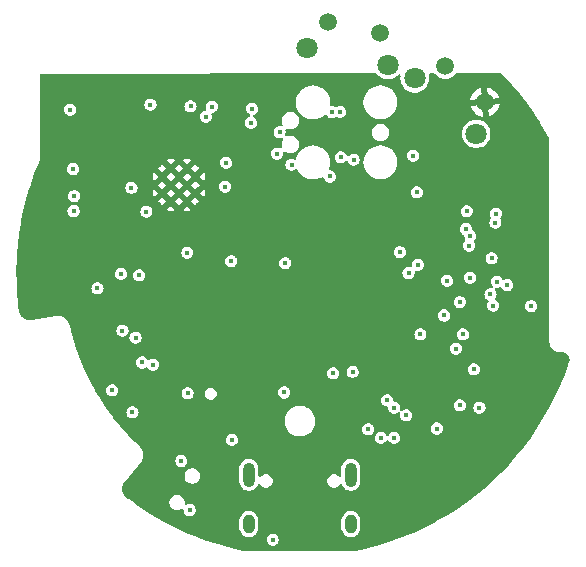
<source format=gbr>
%TF.GenerationSoftware,KiCad,Pcbnew,8.0.5*%
%TF.CreationDate,2025-01-09T20:35:52+01:00*%
%TF.ProjectId,test,74657374-2e6b-4696-9361-645f70636258,rev?*%
%TF.SameCoordinates,PX517370cPY341b1c8*%
%TF.FileFunction,Copper,L3,Inr*%
%TF.FilePolarity,Positive*%
%FSLAX46Y46*%
G04 Gerber Fmt 4.6, Leading zero omitted, Abs format (unit mm)*
G04 Created by KiCad (PCBNEW 8.0.5) date 2025-01-09 20:35:52*
%MOMM*%
%LPD*%
G01*
G04 APERTURE LIST*
%TA.AperFunction,ComponentPad*%
%ADD10C,1.803400*%
%TD*%
%TA.AperFunction,ComponentPad*%
%ADD11C,1.498600*%
%TD*%
%TA.AperFunction,ComponentPad*%
%ADD12O,1.000000X2.100000*%
%TD*%
%TA.AperFunction,ComponentPad*%
%ADD13O,1.000000X1.600000*%
%TD*%
%TA.AperFunction,HeatsinkPad*%
%ADD14C,0.600000*%
%TD*%
%TA.AperFunction,ViaPad*%
%ADD15C,0.420000*%
%TD*%
G04 APERTURE END LIST*
D10*
%TO.N,*%
%TO.C,SW2*%
X14927083Y11787951D03*
X9717637Y16478557D03*
D11*
%TO.N,GND*%
X15660772Y14478363D03*
%TO.N,SW_L2*%
X12316619Y17489452D03*
%TD*%
D12*
%TO.N,*%
%TO.C,P1*%
X-4320000Y-17080000D03*
D13*
X-4320000Y-21260000D03*
D12*
X4320000Y-17080000D03*
D13*
%TO.N,Net-(P1-SHIELD)*%
X4320000Y-21260000D03*
%TD*%
D10*
%TO.N,*%
%TO.C,SW1*%
X7456432Y17622643D03*
X599616Y19080103D03*
D11*
%TO.N,GND*%
X6746619Y20319452D03*
%TO.N,SW_L3*%
X2344953Y21255056D03*
%TD*%
D14*
%TO.N,GND*%
%TO.C,U2*%
X-8845000Y6760000D03*
X-8845000Y8160000D03*
X-9545000Y6060000D03*
X-9545000Y7460000D03*
X-9545000Y8860000D03*
X-10245000Y6760000D03*
X-10245000Y8160000D03*
X-10945000Y6060000D03*
X-10945000Y7460000D03*
X-10945000Y8860000D03*
X-11645000Y6760000D03*
X-11645000Y8160000D03*
%TD*%
D15*
%TO.N,GND*%
X-22920000Y60000D03*
X3400000Y4450000D03*
X11370000Y9810000D03*
X-4910000Y1460000D03*
X-1670000Y15400000D03*
X-3940000Y-13322700D03*
X-13780000Y15130000D03*
X-15740000Y14170000D03*
X14750000Y-17710000D03*
X19990000Y9870000D03*
X10710000Y-2760000D03*
X-2030000Y-19260000D03*
X-4150000Y-15260000D03*
X18600000Y-13200000D03*
X200000Y-3490000D03*
X-7550000Y10680000D03*
X-4390000Y11510000D03*
X-7420000Y15830000D03*
X5160000Y-5280000D03*
X-12890000Y-12090000D03*
X-16270000Y-5490000D03*
X1580000Y-19310000D03*
X5600000Y-22700000D03*
X6610000Y3530000D03*
X12300000Y-16140000D03*
X5690000Y-18060000D03*
X19790000Y6650000D03*
X6010000Y-8270000D03*
X-6640000Y-18180000D03*
X16170000Y2750000D03*
X-8570000Y-10900000D03*
X18321724Y-8700000D03*
X-10120000Y470000D03*
X18010000Y12340000D03*
X-4890000Y3500000D03*
X-9450000Y-14700000D03*
X5000000Y10400000D03*
X5050000Y-6780000D03*
X-3240000Y-14910000D03*
X-4060000Y-6810000D03*
X3290000Y-3970000D03*
X21320000Y-7810000D03*
X8130000Y-21850000D03*
X17450000Y1450000D03*
X16380000Y-3740000D03*
X6420002Y4790000D03*
X2740000Y-7170000D03*
X4170000Y-15230000D03*
X-7400000Y-7020000D03*
X-15560000Y-10750000D03*
X18350000Y-2760000D03*
X19560000Y4560000D03*
X11481511Y1830000D03*
X20172490Y-5397500D03*
X11280000Y-19600000D03*
X-8140000Y-12690000D03*
X-4340000Y10020000D03*
X11420001Y5609999D03*
X-19100000Y15410000D03*
X10560000Y-480000D03*
X9380000Y-16080000D03*
X10799998Y6040000D03*
X6420000Y-6620000D03*
X1730000Y-21660000D03*
X-10250000Y-6610000D03*
X-11610000Y2540000D03*
X-22810000Y2600000D03*
X-22620000Y-2500000D03*
X-8170000Y-6570000D03*
X11340000Y-17500000D03*
X-21082000Y16002000D03*
X-13710000Y1230000D03*
X11660000Y7440000D03*
X17190000Y-13860000D03*
X-9980000Y11170000D03*
X9460000Y-4940000D03*
X-11670000Y470000D03*
X13400000Y-17500000D03*
X-22300000Y5380000D03*
X10840000Y-16120000D03*
X6930000Y-18580000D03*
X12390000Y12450000D03*
X-8290000Y-17960000D03*
%TO.N,EN*%
X-4145016Y12715016D03*
%TO.N,+3V3*%
X4460000Y-8380000D03*
X4540000Y9580000D03*
X-12653917Y14257476D03*
X2810000Y-8507657D03*
X9600000Y9930000D03*
X-5780000Y-14130000D03*
X13800000Y-5200000D03*
X-10040000Y-15920000D03*
X-4045538Y13910000D03*
X-6250000Y9330000D03*
X19570000Y-2799998D03*
X-14267500Y7200000D03*
X-7470000Y14090000D03*
%TO.N,VSYS*%
X-9510000Y-10180000D03*
X14710000Y-8150000D03*
X10200000Y-5200000D03*
X11600000Y-13170000D03*
X3470000Y9780000D03*
X-13600000Y-200000D03*
X-1240000Y830000D03*
%TO.N,CAM_PCLK*%
X14050000Y3720000D03*
%TO.N,+2V8*%
X16354141Y-2759998D03*
%TO.N,VBUS*%
X6840000Y-13960000D03*
X7980000Y-13960000D03*
%TO.N,SW_L3*%
X-19450000Y13820000D03*
%TO.N,SW_L1*%
X-15150000Y-70000D03*
%TO.N,Net-(D1-K)*%
X5780000Y-13230000D03*
X7390000Y-10780000D03*
%TO.N,+3V3CAM*%
X12460000Y-650000D03*
X15200000Y-11400000D03*
X13200000Y-6400000D03*
X9200000Y0D03*
X9890000Y6820000D03*
%TO.N,LEDCNTRL*%
X-9530000Y1720000D03*
%TO.N,RXD*%
X2710000Y13630000D03*
X-7980000Y13240000D03*
%TO.N,TXD*%
X3410000Y13640000D03*
X-9264693Y14114693D03*
%TO.N,GPIO0*%
X-713589Y9164400D03*
X-6340000Y7310000D03*
%TO.N,GPIO46*%
X-5810000Y1000000D03*
X2530000Y8170000D03*
%TO.N,CAM_PWDN*%
X16690000Y-740000D03*
%TO.N,CAM_RESET*%
X10000000Y700000D03*
X16130000Y-1800000D03*
X-19200000Y8800000D03*
%TO.N,PMIC_PWRON*%
X13530000Y-11210000D03*
X-2310000Y-22590000D03*
%TO.N,I2SDAT_MIC*%
X-19170000Y5250000D03*
%TO.N,CAM_SDA*%
X8990000Y-12050000D03*
%TO.N,CAM_SCL*%
X7970000Y-11400000D03*
%TO.N,PMIC_IRQ*%
X-19110000Y6510000D03*
X-1330000Y-10120000D03*
%TO.N,BCLK_AMP*%
X-15900000Y-9930000D03*
X-13360000Y-7580000D03*
%TO.N,WS_AMP*%
X-14180000Y-11800000D03*
X-12440000Y-7760000D03*
%TO.N,CAM_Y3*%
X-1940000Y10110000D03*
%TO.N,CAM_MCLK*%
X8470000Y1770000D03*
%TO.N,BCLK_MIC*%
X-15030000Y-4880000D03*
%TO.N,CAM_Y5*%
X14120000Y5230000D03*
%TO.N,CAM_Y6*%
X16550000Y4260000D03*
%TO.N,WS_MIC*%
X-13920000Y-5490000D03*
%TO.N,CAM_Y4*%
X-1720000Y11930000D03*
%TO.N,CAM_Y8*%
X14319117Y2319117D03*
%TO.N,CAM_VSYNC*%
X12200000Y-3600000D03*
X17550000Y-1020000D03*
X-13000000Y5200000D03*
%TO.N,CAM_Y9*%
X16230000Y1250000D03*
%TO.N,CAM_Y2*%
X16579376Y5010624D03*
%TO.N,CAM_HREF*%
X14400000Y-400000D03*
%TO.N,CAM_Y7*%
X14430000Y3130000D03*
%TO.N,+1V5*%
X13534976Y-2463401D03*
%TO.N,Net-(JP2-A)*%
X-9340000Y-20070000D03*
%TO.N,Net-(JP3-A)*%
X-17140000Y-1300000D03*
%TD*%
%TA.AperFunction,Conductor*%
%TO.N,GND*%
G36*
X17057772Y16876004D02*
G01*
X17078371Y16859434D01*
X17279124Y16659155D01*
X17297491Y16640832D01*
X17301033Y16637150D01*
X17969437Y15912883D01*
X17972801Y15909083D01*
X18610719Y15157890D01*
X18613940Y15153935D01*
X19207462Y14393531D01*
X19220322Y14377055D01*
X19223387Y14372957D01*
X19797192Y13571723D01*
X19800085Y13567502D01*
X20087182Y13129500D01*
X20334989Y12751439D01*
X20340333Y12743287D01*
X20343050Y12738949D01*
X20849006Y11892843D01*
X20851235Y11888958D01*
X20906784Y11787951D01*
X21043023Y11540221D01*
X21073492Y11484819D01*
X21088839Y11425073D01*
X21089999Y-5689991D01*
X21092407Y-5788252D01*
X21092408Y-5788261D01*
X21130742Y-5980979D01*
X21130744Y-5980987D01*
X21205943Y-6162533D01*
X21205948Y-6162543D01*
X21315118Y-6325927D01*
X21315121Y-6325931D01*
X21454068Y-6464878D01*
X21454072Y-6464881D01*
X21617456Y-6574051D01*
X21617460Y-6574053D01*
X21617463Y-6574055D01*
X21799013Y-6649256D01*
X21991746Y-6687593D01*
X22090000Y-6690000D01*
X22090000Y-6689999D01*
X22116138Y-6690640D01*
X22126244Y-6686621D01*
X22130625Y-6686290D01*
X22161334Y-6684527D01*
X22188514Y-6685957D01*
X22326908Y-6708660D01*
X22356700Y-6717494D01*
X22483291Y-6773096D01*
X22509952Y-6789058D01*
X22612056Y-6869144D01*
X22618750Y-6874394D01*
X22640601Y-6896480D01*
X22724769Y-7006190D01*
X22740442Y-7033017D01*
X22794686Y-7160204D01*
X22803199Y-7190089D01*
X22824415Y-7328710D01*
X22825555Y-7355906D01*
X22821781Y-7411248D01*
X22815789Y-7441772D01*
X22667697Y-7889248D01*
X22666232Y-7893421D01*
X22327555Y-8806262D01*
X22325701Y-8810965D01*
X21950206Y-9708986D01*
X21948161Y-9713609D01*
X21536372Y-10595586D01*
X21534140Y-10600122D01*
X21086759Y-11464552D01*
X21084345Y-11468993D01*
X20602083Y-12314505D01*
X20599489Y-12318844D01*
X20083185Y-13143962D01*
X20080417Y-13148192D01*
X19530892Y-13951607D01*
X19527953Y-13955721D01*
X18946154Y-14736050D01*
X18943051Y-14740040D01*
X18329909Y-15496032D01*
X18326645Y-15499893D01*
X17683232Y-16230226D01*
X17679814Y-16233950D01*
X17007128Y-16937494D01*
X17003560Y-16941076D01*
X16302781Y-17616592D01*
X16299071Y-17620025D01*
X15571348Y-18266411D01*
X15567501Y-18269691D01*
X14813995Y-18885909D01*
X14810017Y-18889028D01*
X14032070Y-19473987D01*
X14027969Y-19476942D01*
X13226805Y-20029720D01*
X13222586Y-20032506D01*
X12399544Y-20552176D01*
X12395215Y-20554787D01*
X11551709Y-21040460D01*
X11547278Y-21042893D01*
X10684644Y-21493800D01*
X10680117Y-21496050D01*
X9799820Y-21911420D01*
X9795205Y-21913483D01*
X8898742Y-22292614D01*
X8894047Y-22294488D01*
X7982850Y-22636775D01*
X7978082Y-22638456D01*
X7053696Y-22943316D01*
X7048864Y-22944801D01*
X6112821Y-23211730D01*
X6107932Y-23213017D01*
X5161484Y-23441644D01*
X5157166Y-23442606D01*
X4692293Y-23537490D01*
X4667453Y-23539995D01*
X-4676856Y-23536840D01*
X-4701635Y-23534330D01*
X-5147713Y-23443195D01*
X-5151864Y-23442273D01*
X-6061334Y-23223734D01*
X-6066032Y-23222507D01*
X-6965918Y-22968621D01*
X-6970564Y-22967212D01*
X-7859860Y-22678276D01*
X-7864448Y-22676685D01*
X-8099505Y-22590000D01*
X-2825750Y-22590000D01*
X-2804860Y-22735302D01*
X-2804859Y-22735307D01*
X-2743879Y-22868832D01*
X-2743877Y-22868836D01*
X-2647744Y-22979778D01*
X-2524250Y-23059143D01*
X-2524249Y-23059143D01*
X-2524248Y-23059144D01*
X-2383402Y-23100499D01*
X-2383400Y-23100500D01*
X-2383399Y-23100500D01*
X-2236600Y-23100500D01*
X-2236600Y-23100499D01*
X-2095750Y-23059143D01*
X-1972256Y-22979778D01*
X-1876123Y-22868836D01*
X-1815141Y-22735304D01*
X-1794250Y-22590000D01*
X-1815141Y-22444696D01*
X-1815142Y-22444695D01*
X-1815142Y-22444692D01*
X-1876122Y-22311167D01*
X-1876123Y-22311164D01*
X-1972256Y-22200222D01*
X-2095750Y-22120857D01*
X-2095751Y-22120856D01*
X-2095752Y-22120856D01*
X-2095753Y-22120855D01*
X-2236599Y-22079500D01*
X-2236601Y-22079500D01*
X-2383399Y-22079500D01*
X-2383402Y-22079500D01*
X-2524248Y-22120855D01*
X-2524249Y-22120856D01*
X-2647742Y-22200220D01*
X-2647746Y-22200223D01*
X-2743876Y-22311162D01*
X-2743879Y-22311167D01*
X-2804859Y-22444692D01*
X-2804860Y-22444697D01*
X-2825750Y-22590000D01*
X-8099505Y-22590000D01*
X-8741722Y-22353162D01*
X-8746244Y-22351393D01*
X-9610186Y-21993770D01*
X-9614636Y-21991825D01*
X-10463903Y-21600656D01*
X-10468273Y-21598539D01*
X-11301603Y-21174403D01*
X-11305886Y-21172116D01*
X-11826116Y-20881153D01*
X-5120500Y-20881153D01*
X-5120500Y-21638846D01*
X-5089739Y-21793489D01*
X-5089736Y-21793501D01*
X-5029398Y-21939172D01*
X-5029391Y-21939185D01*
X-4941790Y-22070288D01*
X-4941787Y-22070292D01*
X-4830293Y-22181786D01*
X-4830289Y-22181789D01*
X-4699186Y-22269390D01*
X-4699173Y-22269397D01*
X-4553502Y-22329735D01*
X-4553497Y-22329737D01*
X-4435732Y-22353162D01*
X-4398847Y-22360499D01*
X-4398844Y-22360500D01*
X-4398842Y-22360500D01*
X-4241156Y-22360500D01*
X-4241155Y-22360499D01*
X-4086503Y-22329737D01*
X-3940821Y-22269394D01*
X-3809711Y-22181789D01*
X-3698211Y-22070289D01*
X-3610606Y-21939179D01*
X-3550263Y-21793497D01*
X-3519500Y-21638842D01*
X-3519500Y-20881158D01*
X-3519500Y-20881155D01*
X-3519501Y-20881153D01*
X3519500Y-20881153D01*
X3519500Y-21638846D01*
X3550261Y-21793489D01*
X3550264Y-21793501D01*
X3610602Y-21939172D01*
X3610609Y-21939185D01*
X3698210Y-22070288D01*
X3698213Y-22070292D01*
X3809707Y-22181786D01*
X3809711Y-22181789D01*
X3940814Y-22269390D01*
X3940827Y-22269397D01*
X4086498Y-22329735D01*
X4086503Y-22329737D01*
X4204268Y-22353162D01*
X4241153Y-22360499D01*
X4241156Y-22360500D01*
X4241158Y-22360500D01*
X4398844Y-22360500D01*
X4398845Y-22360499D01*
X4553497Y-22329737D01*
X4699179Y-22269394D01*
X4830289Y-22181789D01*
X4941789Y-22070289D01*
X5029394Y-21939179D01*
X5089737Y-21793497D01*
X5120500Y-21638842D01*
X5120500Y-20881158D01*
X5120500Y-20881155D01*
X5120499Y-20881153D01*
X5089738Y-20726510D01*
X5089737Y-20726503D01*
X5089735Y-20726498D01*
X5029397Y-20580827D01*
X5029390Y-20580814D01*
X4941789Y-20449711D01*
X4941786Y-20449707D01*
X4830292Y-20338213D01*
X4830288Y-20338210D01*
X4699185Y-20250609D01*
X4699172Y-20250602D01*
X4553501Y-20190264D01*
X4553489Y-20190261D01*
X4398845Y-20159500D01*
X4398842Y-20159500D01*
X4241158Y-20159500D01*
X4241155Y-20159500D01*
X4086510Y-20190261D01*
X4086498Y-20190264D01*
X3940827Y-20250602D01*
X3940814Y-20250609D01*
X3809711Y-20338210D01*
X3809707Y-20338213D01*
X3698213Y-20449707D01*
X3698210Y-20449711D01*
X3610609Y-20580814D01*
X3610602Y-20580827D01*
X3550264Y-20726498D01*
X3550261Y-20726510D01*
X3519500Y-20881153D01*
X-3519501Y-20881153D01*
X-3550262Y-20726510D01*
X-3550263Y-20726503D01*
X-3550265Y-20726498D01*
X-3610603Y-20580827D01*
X-3610610Y-20580814D01*
X-3698211Y-20449711D01*
X-3698214Y-20449707D01*
X-3809708Y-20338213D01*
X-3809712Y-20338210D01*
X-3940815Y-20250609D01*
X-3940828Y-20250602D01*
X-4086499Y-20190264D01*
X-4086511Y-20190261D01*
X-4241155Y-20159500D01*
X-4241158Y-20159500D01*
X-4398842Y-20159500D01*
X-4398845Y-20159500D01*
X-4553490Y-20190261D01*
X-4553502Y-20190264D01*
X-4699173Y-20250602D01*
X-4699186Y-20250609D01*
X-4830289Y-20338210D01*
X-4830293Y-20338213D01*
X-4941787Y-20449707D01*
X-4941790Y-20449711D01*
X-5029391Y-20580814D01*
X-5029398Y-20580827D01*
X-5089736Y-20726498D01*
X-5089739Y-20726510D01*
X-5120500Y-20881153D01*
X-11826116Y-20881153D01*
X-11850252Y-20867654D01*
X-12121962Y-20715686D01*
X-12126121Y-20713252D01*
X-12483401Y-20494635D01*
X-12923713Y-20225212D01*
X-12927804Y-20222597D01*
X-13705649Y-19703725D01*
X-13709635Y-19700952D01*
X-13986358Y-19500272D01*
X-11065501Y-19500272D01*
X-11040503Y-19625939D01*
X-11040501Y-19625945D01*
X-10991467Y-19744325D01*
X-10991462Y-19744334D01*
X-10920277Y-19850869D01*
X-10920274Y-19850873D01*
X-10829673Y-19941474D01*
X-10829669Y-19941477D01*
X-10723134Y-20012662D01*
X-10723128Y-20012665D01*
X-10723127Y-20012666D01*
X-10604744Y-20061702D01*
X-10604740Y-20061702D01*
X-10604739Y-20061703D01*
X-10479072Y-20086701D01*
X-10479069Y-20086701D01*
X-10350929Y-20086701D01*
X-10266385Y-20069883D01*
X-10225256Y-20061702D01*
X-10106873Y-20012666D01*
X-10048641Y-19973757D01*
X-9981964Y-19952879D01*
X-9914583Y-19971363D01*
X-9867893Y-20023342D01*
X-9859226Y-20061540D01*
X-9857012Y-20061222D01*
X-9834860Y-20215302D01*
X-9834859Y-20215307D01*
X-9773879Y-20348832D01*
X-9773877Y-20348836D01*
X-9677744Y-20459778D01*
X-9554250Y-20539143D01*
X-9554249Y-20539143D01*
X-9554248Y-20539144D01*
X-9413402Y-20580499D01*
X-9413400Y-20580500D01*
X-9413399Y-20580500D01*
X-9266600Y-20580500D01*
X-9266600Y-20580499D01*
X-9125750Y-20539143D01*
X-9002256Y-20459778D01*
X-8906123Y-20348836D01*
X-8849666Y-20225212D01*
X-8845142Y-20215307D01*
X-8845141Y-20215302D01*
X-8841541Y-20190263D01*
X-8824250Y-20070000D01*
X-8845141Y-19924696D01*
X-8845142Y-19924695D01*
X-8845142Y-19924692D01*
X-8906122Y-19791167D01*
X-8906123Y-19791164D01*
X-9002256Y-19680222D01*
X-9125750Y-19600857D01*
X-9125751Y-19600856D01*
X-9125752Y-19600856D01*
X-9125753Y-19600855D01*
X-9266599Y-19559500D01*
X-9266601Y-19559500D01*
X-9413399Y-19559500D01*
X-9413402Y-19559500D01*
X-9554248Y-19600855D01*
X-9554251Y-19600856D01*
X-9573728Y-19613374D01*
X-9640767Y-19633058D01*
X-9707806Y-19613373D01*
X-9753561Y-19560568D01*
X-9762588Y-19506362D01*
X-9764500Y-19506362D01*
X-9764500Y-19372129D01*
X-9789498Y-19246462D01*
X-9789499Y-19246461D01*
X-9789499Y-19246457D01*
X-9838535Y-19128074D01*
X-9838536Y-19128073D01*
X-9838539Y-19128067D01*
X-9909724Y-19021532D01*
X-9909727Y-19021528D01*
X-10000328Y-18930927D01*
X-10000332Y-18930924D01*
X-10106867Y-18859739D01*
X-10106876Y-18859734D01*
X-10225256Y-18810700D01*
X-10225262Y-18810698D01*
X-10350929Y-18785701D01*
X-10350931Y-18785701D01*
X-10479069Y-18785701D01*
X-10479071Y-18785701D01*
X-10604739Y-18810698D01*
X-10604745Y-18810700D01*
X-10723125Y-18859734D01*
X-10723134Y-18859739D01*
X-10829669Y-18930924D01*
X-10829673Y-18930927D01*
X-10920274Y-19021528D01*
X-10920277Y-19021532D01*
X-10991462Y-19128067D01*
X-10991467Y-19128076D01*
X-11040501Y-19246456D01*
X-11040503Y-19246462D01*
X-11065500Y-19372129D01*
X-11065500Y-19372132D01*
X-11065500Y-19500270D01*
X-11065500Y-19500272D01*
X-11065501Y-19500272D01*
X-13986358Y-19500272D01*
X-14466824Y-19151837D01*
X-14470223Y-19149282D01*
X-14521357Y-19109455D01*
X-14825523Y-18872544D01*
X-14849583Y-18847687D01*
X-14891001Y-18790778D01*
X-14901970Y-18772621D01*
X-14978933Y-18616425D01*
X-14987457Y-18593787D01*
X-15032226Y-18427063D01*
X-15036190Y-18403196D01*
X-15047720Y-18230961D01*
X-15046972Y-18206772D01*
X-15024829Y-18035585D01*
X-15019397Y-18012001D01*
X-14964422Y-17848371D01*
X-14954515Y-17826298D01*
X-14887327Y-17708844D01*
X-14868050Y-17675144D01*
X-14855990Y-17657712D01*
X-14800337Y-17590406D01*
X-14799575Y-17589497D01*
X-14510936Y-17248606D01*
X-9765501Y-17248606D01*
X-9740503Y-17374273D01*
X-9740501Y-17374279D01*
X-9691467Y-17492659D01*
X-9691462Y-17492668D01*
X-9620277Y-17599203D01*
X-9620274Y-17599207D01*
X-9529673Y-17689808D01*
X-9529669Y-17689811D01*
X-9423134Y-17760996D01*
X-9423128Y-17760999D01*
X-9423127Y-17761000D01*
X-9304744Y-17810036D01*
X-9304740Y-17810036D01*
X-9304739Y-17810037D01*
X-9179072Y-17835035D01*
X-9179069Y-17835035D01*
X-9050929Y-17835035D01*
X-8966385Y-17818217D01*
X-8925256Y-17810036D01*
X-8806873Y-17761000D01*
X-8700331Y-17689811D01*
X-8609724Y-17599204D01*
X-8538535Y-17492662D01*
X-8489499Y-17374279D01*
X-8481318Y-17333150D01*
X-8464500Y-17248606D01*
X-8464500Y-17120463D01*
X-8489498Y-16994796D01*
X-8489499Y-16994795D01*
X-8489499Y-16994791D01*
X-8538535Y-16876408D01*
X-8538536Y-16876407D01*
X-8538539Y-16876401D01*
X-8609724Y-16769866D01*
X-8609727Y-16769862D01*
X-8700328Y-16679261D01*
X-8700332Y-16679258D01*
X-8806867Y-16608073D01*
X-8806876Y-16608068D01*
X-8925256Y-16559034D01*
X-8925262Y-16559032D01*
X-9050929Y-16534035D01*
X-9050931Y-16534035D01*
X-9179069Y-16534035D01*
X-9179071Y-16534035D01*
X-9304739Y-16559032D01*
X-9304745Y-16559034D01*
X-9423125Y-16608068D01*
X-9423134Y-16608073D01*
X-9529669Y-16679258D01*
X-9529673Y-16679261D01*
X-9620274Y-16769862D01*
X-9620277Y-16769866D01*
X-9691462Y-16876401D01*
X-9691467Y-16876410D01*
X-9740501Y-16994790D01*
X-9740503Y-16994796D01*
X-9765500Y-17120463D01*
X-9765500Y-17120466D01*
X-9765500Y-17248604D01*
X-9765500Y-17248606D01*
X-9765501Y-17248606D01*
X-14510936Y-17248606D01*
X-13835716Y-16451153D01*
X-5120500Y-16451153D01*
X-5120500Y-17708846D01*
X-5089739Y-17863489D01*
X-5089736Y-17863501D01*
X-5029398Y-18009172D01*
X-5029391Y-18009185D01*
X-4941790Y-18140288D01*
X-4941787Y-18140292D01*
X-4830293Y-18251786D01*
X-4830289Y-18251789D01*
X-4699186Y-18339390D01*
X-4699173Y-18339397D01*
X-4553502Y-18399735D01*
X-4553497Y-18399737D01*
X-4416121Y-18427063D01*
X-4398847Y-18430499D01*
X-4398844Y-18430500D01*
X-4398842Y-18430500D01*
X-4241156Y-18430500D01*
X-4241155Y-18430499D01*
X-4086503Y-18399737D01*
X-3940821Y-18339394D01*
X-3809711Y-18251789D01*
X-3698211Y-18140289D01*
X-3610606Y-18009179D01*
X-3587131Y-17952504D01*
X-3543293Y-17898103D01*
X-3476999Y-17876037D01*
X-3409299Y-17893315D01*
X-3365185Y-17937956D01*
X-3350515Y-17963365D01*
X-3243365Y-18070515D01*
X-3129719Y-18136129D01*
X-3122514Y-18140289D01*
X-3112135Y-18146281D01*
X-2965766Y-18185500D01*
X-2965764Y-18185500D01*
X-2814236Y-18185500D01*
X-2814234Y-18185500D01*
X-2667865Y-18146281D01*
X-2536635Y-18070515D01*
X-2429485Y-17963365D01*
X-2353719Y-17832135D01*
X-2314500Y-17685766D01*
X-2314500Y-17534234D01*
X2314500Y-17534234D01*
X2314500Y-17685765D01*
X2353719Y-17832136D01*
X2371821Y-17863489D01*
X2429485Y-17963365D01*
X2536635Y-18070515D01*
X2650281Y-18136129D01*
X2657486Y-18140289D01*
X2667865Y-18146281D01*
X2814234Y-18185500D01*
X2814236Y-18185500D01*
X2965764Y-18185500D01*
X2965766Y-18185500D01*
X3112135Y-18146281D01*
X3243365Y-18070515D01*
X3350515Y-17963365D01*
X3365183Y-17937958D01*
X3415748Y-17889743D01*
X3484355Y-17876519D01*
X3549220Y-17902486D01*
X3587131Y-17952506D01*
X3610602Y-18009172D01*
X3610609Y-18009185D01*
X3698210Y-18140288D01*
X3698213Y-18140292D01*
X3809707Y-18251786D01*
X3809711Y-18251789D01*
X3940814Y-18339390D01*
X3940827Y-18339397D01*
X4086498Y-18399735D01*
X4086503Y-18399737D01*
X4223879Y-18427063D01*
X4241153Y-18430499D01*
X4241156Y-18430500D01*
X4241158Y-18430500D01*
X4398844Y-18430500D01*
X4398845Y-18430499D01*
X4553497Y-18399737D01*
X4699179Y-18339394D01*
X4830289Y-18251789D01*
X4941789Y-18140289D01*
X5029394Y-18009179D01*
X5089737Y-17863497D01*
X5120500Y-17708842D01*
X5120500Y-16451158D01*
X5120500Y-16451155D01*
X5120499Y-16451153D01*
X5116391Y-16430499D01*
X5089737Y-16296503D01*
X5063827Y-16233950D01*
X5029397Y-16150827D01*
X5029390Y-16150814D01*
X4941789Y-16019711D01*
X4941786Y-16019707D01*
X4830292Y-15908213D01*
X4830288Y-15908210D01*
X4699185Y-15820609D01*
X4699172Y-15820602D01*
X4553501Y-15760264D01*
X4553489Y-15760261D01*
X4398845Y-15729500D01*
X4398842Y-15729500D01*
X4241158Y-15729500D01*
X4241155Y-15729500D01*
X4086510Y-15760261D01*
X4086498Y-15760264D01*
X3940827Y-15820602D01*
X3940814Y-15820609D01*
X3809711Y-15908210D01*
X3809707Y-15908213D01*
X3698213Y-16019707D01*
X3698210Y-16019711D01*
X3610609Y-16150814D01*
X3610602Y-16150827D01*
X3550264Y-16296498D01*
X3550261Y-16296510D01*
X3519500Y-16451153D01*
X3519500Y-17126258D01*
X3499815Y-17193297D01*
X3447011Y-17239052D01*
X3377853Y-17248996D01*
X3314297Y-17219971D01*
X3307819Y-17213939D01*
X3243367Y-17149487D01*
X3243365Y-17149485D01*
X3177750Y-17111602D01*
X3112136Y-17073719D01*
X3038950Y-17054109D01*
X2965766Y-17034500D01*
X2814234Y-17034500D01*
X2667863Y-17073719D01*
X2536635Y-17149485D01*
X2536632Y-17149487D01*
X2429487Y-17256632D01*
X2429485Y-17256635D01*
X2353719Y-17387863D01*
X2314500Y-17534234D01*
X-2314500Y-17534234D01*
X-2353719Y-17387865D01*
X-2429485Y-17256635D01*
X-2536635Y-17149485D01*
X-2602250Y-17111602D01*
X-2667864Y-17073719D01*
X-2741050Y-17054109D01*
X-2814234Y-17034500D01*
X-2965766Y-17034500D01*
X-3112137Y-17073719D01*
X-3243365Y-17149485D01*
X-3243368Y-17149487D01*
X-3307819Y-17213939D01*
X-3369142Y-17247424D01*
X-3438834Y-17242440D01*
X-3494767Y-17200568D01*
X-3519184Y-17135104D01*
X-3519500Y-17126258D01*
X-3519500Y-16451155D01*
X-3519501Y-16451153D01*
X-3523609Y-16430499D01*
X-3550263Y-16296503D01*
X-3576173Y-16233950D01*
X-3610603Y-16150827D01*
X-3610610Y-16150814D01*
X-3698211Y-16019711D01*
X-3698214Y-16019707D01*
X-3809708Y-15908213D01*
X-3809712Y-15908210D01*
X-3940815Y-15820609D01*
X-3940828Y-15820602D01*
X-4086499Y-15760264D01*
X-4086511Y-15760261D01*
X-4241155Y-15729500D01*
X-4241158Y-15729500D01*
X-4398842Y-15729500D01*
X-4398845Y-15729500D01*
X-4553490Y-15760261D01*
X-4553502Y-15760264D01*
X-4699173Y-15820602D01*
X-4699186Y-15820609D01*
X-4830289Y-15908210D01*
X-4830293Y-15908213D01*
X-4941787Y-16019707D01*
X-4941790Y-16019711D01*
X-5029391Y-16150814D01*
X-5029398Y-16150827D01*
X-5089736Y-16296498D01*
X-5089739Y-16296510D01*
X-5120500Y-16451153D01*
X-13835716Y-16451153D01*
X-13716012Y-16309779D01*
X-13441655Y-15985756D01*
X-13441653Y-15985752D01*
X-13441642Y-15985740D01*
X-13398861Y-15920000D01*
X-10555750Y-15920000D01*
X-10534860Y-16065302D01*
X-10534859Y-16065307D01*
X-10473879Y-16198832D01*
X-10473876Y-16198837D01*
X-10389252Y-16296498D01*
X-10377744Y-16309778D01*
X-10254250Y-16389143D01*
X-10254249Y-16389143D01*
X-10254248Y-16389144D01*
X-10113402Y-16430499D01*
X-10113400Y-16430500D01*
X-10113399Y-16430500D01*
X-9966600Y-16430500D01*
X-9966600Y-16430499D01*
X-9825750Y-16389143D01*
X-9702256Y-16309778D01*
X-9606123Y-16198836D01*
X-9545141Y-16065304D01*
X-9524250Y-15920000D01*
X-9545141Y-15774696D01*
X-9545142Y-15774695D01*
X-9545142Y-15774692D01*
X-9606122Y-15641167D01*
X-9606123Y-15641164D01*
X-9702256Y-15530222D01*
X-9825750Y-15450857D01*
X-9825751Y-15450856D01*
X-9825752Y-15450856D01*
X-9825753Y-15450855D01*
X-9966599Y-15409500D01*
X-9966601Y-15409500D01*
X-10113399Y-15409500D01*
X-10113402Y-15409500D01*
X-10254248Y-15450855D01*
X-10254249Y-15450856D01*
X-10377742Y-15530220D01*
X-10377746Y-15530223D01*
X-10473876Y-15641162D01*
X-10473879Y-15641167D01*
X-10534859Y-15774692D01*
X-10534860Y-15774697D01*
X-10555750Y-15920000D01*
X-13398861Y-15920000D01*
X-13384413Y-15897798D01*
X-13303550Y-15704228D01*
X-13264006Y-15498206D01*
X-13267454Y-15288453D01*
X-13313747Y-15083843D01*
X-13365721Y-14970089D01*
X-13400926Y-14893035D01*
X-13400927Y-14893034D01*
X-13525305Y-14724100D01*
X-13525308Y-14724097D01*
X-13563532Y-14688133D01*
X-13563626Y-14687973D01*
X-13937282Y-14337103D01*
X-13940878Y-14333586D01*
X-14140778Y-14130000D01*
X-6295750Y-14130000D01*
X-6274860Y-14275302D01*
X-6274859Y-14275307D01*
X-6213879Y-14408832D01*
X-6213877Y-14408836D01*
X-6117744Y-14519778D01*
X-5994250Y-14599143D01*
X-5994249Y-14599143D01*
X-5994248Y-14599144D01*
X-5853402Y-14640499D01*
X-5853400Y-14640500D01*
X-5853399Y-14640500D01*
X-5706600Y-14640500D01*
X-5706600Y-14640499D01*
X-5565750Y-14599143D01*
X-5442256Y-14519778D01*
X-5346123Y-14408836D01*
X-5285141Y-14275304D01*
X-5264250Y-14130000D01*
X-5285141Y-13984696D01*
X-5285142Y-13984695D01*
X-5285142Y-13984692D01*
X-5296419Y-13960000D01*
X6324250Y-13960000D01*
X6345140Y-14105302D01*
X6345141Y-14105307D01*
X6382794Y-14187753D01*
X6406123Y-14238836D01*
X6502256Y-14349778D01*
X6625750Y-14429143D01*
X6625751Y-14429143D01*
X6625752Y-14429144D01*
X6766598Y-14470499D01*
X6766600Y-14470500D01*
X6766601Y-14470500D01*
X6913400Y-14470500D01*
X6913400Y-14470499D01*
X7054250Y-14429143D01*
X7177744Y-14349778D01*
X7273877Y-14238836D01*
X7297206Y-14187753D01*
X7342961Y-14134949D01*
X7410000Y-14115265D01*
X7477040Y-14134950D01*
X7522794Y-14187753D01*
X7546123Y-14238836D01*
X7642256Y-14349778D01*
X7765750Y-14429143D01*
X7765751Y-14429143D01*
X7765752Y-14429144D01*
X7906598Y-14470499D01*
X7906600Y-14470500D01*
X7906601Y-14470500D01*
X8053400Y-14470500D01*
X8053400Y-14470499D01*
X8194250Y-14429143D01*
X8317744Y-14349778D01*
X8413877Y-14238836D01*
X8474859Y-14105304D01*
X8495750Y-13960000D01*
X8474859Y-13814696D01*
X8474858Y-13814695D01*
X8474858Y-13814692D01*
X8422088Y-13699143D01*
X8413877Y-13681164D01*
X8317744Y-13570222D01*
X8194250Y-13490857D01*
X8194249Y-13490856D01*
X8194248Y-13490856D01*
X8194247Y-13490855D01*
X8053401Y-13449500D01*
X8053399Y-13449500D01*
X7906601Y-13449500D01*
X7906598Y-13449500D01*
X7765752Y-13490855D01*
X7765751Y-13490856D01*
X7642258Y-13570220D01*
X7642254Y-13570223D01*
X7546124Y-13681162D01*
X7546120Y-13681168D01*
X7522794Y-13732246D01*
X7477039Y-13785050D01*
X7409999Y-13804734D01*
X7342960Y-13785049D01*
X7297206Y-13732246D01*
X7273879Y-13681168D01*
X7273878Y-13681167D01*
X7273877Y-13681164D01*
X7177744Y-13570222D01*
X7054250Y-13490857D01*
X7054249Y-13490856D01*
X7054248Y-13490856D01*
X7054247Y-13490855D01*
X6913401Y-13449500D01*
X6913399Y-13449500D01*
X6766601Y-13449500D01*
X6766598Y-13449500D01*
X6625752Y-13490855D01*
X6625751Y-13490856D01*
X6502258Y-13570220D01*
X6502254Y-13570223D01*
X6406124Y-13681162D01*
X6406121Y-13681167D01*
X6345141Y-13814692D01*
X6345140Y-13814697D01*
X6324250Y-13960000D01*
X-5296419Y-13960000D01*
X-5346122Y-13851167D01*
X-5346123Y-13851164D01*
X-5442256Y-13740222D01*
X-5565750Y-13660857D01*
X-5565751Y-13660856D01*
X-5565752Y-13660856D01*
X-5565753Y-13660855D01*
X-5706599Y-13619500D01*
X-5706601Y-13619500D01*
X-5853399Y-13619500D01*
X-5853402Y-13619500D01*
X-5994248Y-13660855D01*
X-5994249Y-13660856D01*
X-6117742Y-13740220D01*
X-6117746Y-13740223D01*
X-6213876Y-13851162D01*
X-6213879Y-13851167D01*
X-6274859Y-13984692D01*
X-6274860Y-13984697D01*
X-6295750Y-14130000D01*
X-14140778Y-14130000D01*
X-14585612Y-13676965D01*
X-14589538Y-13672777D01*
X-15202956Y-12987284D01*
X-15206684Y-12982919D01*
X-15584546Y-12519143D01*
X-15650944Y-12437648D01*
X-1300500Y-12437648D01*
X-1300500Y-12642351D01*
X-1268478Y-12844534D01*
X-1205219Y-13039223D01*
X-1112285Y-13221613D01*
X-991972Y-13387213D01*
X-847214Y-13531971D01*
X-726354Y-13619779D01*
X-681610Y-13652287D01*
X-589650Y-13699143D01*
X-499224Y-13745218D01*
X-499222Y-13745218D01*
X-499219Y-13745220D01*
X-394863Y-13779127D01*
X-304535Y-13808477D01*
X-203443Y-13824488D01*
X-102352Y-13840500D01*
X-102351Y-13840500D01*
X102351Y-13840500D01*
X102352Y-13840500D01*
X304534Y-13808477D01*
X499219Y-13745220D01*
X681610Y-13652287D01*
X774590Y-13584732D01*
X847213Y-13531971D01*
X847215Y-13531968D01*
X847219Y-13531966D01*
X991966Y-13387219D01*
X991968Y-13387215D01*
X991971Y-13387213D01*
X1106191Y-13230000D01*
X5264250Y-13230000D01*
X5285140Y-13375302D01*
X5285141Y-13375307D01*
X5337912Y-13490857D01*
X5346123Y-13508836D01*
X5442256Y-13619778D01*
X5565750Y-13699143D01*
X5565751Y-13699143D01*
X5565752Y-13699144D01*
X5675051Y-13731236D01*
X5705654Y-13740222D01*
X5706598Y-13740499D01*
X5706600Y-13740500D01*
X5706601Y-13740500D01*
X5853400Y-13740500D01*
X5853400Y-13740499D01*
X5994250Y-13699143D01*
X6117744Y-13619778D01*
X6213877Y-13508836D01*
X6269418Y-13387219D01*
X6274858Y-13375307D01*
X6274859Y-13375302D01*
X6295750Y-13230000D01*
X6287124Y-13170000D01*
X11084250Y-13170000D01*
X11105140Y-13315302D01*
X11105141Y-13315307D01*
X11137983Y-13387219D01*
X11166123Y-13448836D01*
X11262256Y-13559778D01*
X11385750Y-13639143D01*
X11385751Y-13639143D01*
X11385752Y-13639144D01*
X11526598Y-13680499D01*
X11526600Y-13680500D01*
X11526601Y-13680500D01*
X11673400Y-13680500D01*
X11673400Y-13680499D01*
X11814250Y-13639143D01*
X11937744Y-13559778D01*
X12033877Y-13448836D01*
X12094859Y-13315304D01*
X12115750Y-13170000D01*
X12094859Y-13024696D01*
X12094858Y-13024695D01*
X12094858Y-13024692D01*
X12033878Y-12891167D01*
X12033877Y-12891164D01*
X11937744Y-12780222D01*
X11814250Y-12700857D01*
X11814249Y-12700856D01*
X11814248Y-12700856D01*
X11814247Y-12700855D01*
X11673401Y-12659500D01*
X11673399Y-12659500D01*
X11526601Y-12659500D01*
X11526598Y-12659500D01*
X11385752Y-12700855D01*
X11385751Y-12700856D01*
X11262258Y-12780220D01*
X11262254Y-12780223D01*
X11166124Y-12891162D01*
X11166121Y-12891167D01*
X11105141Y-13024692D01*
X11105140Y-13024697D01*
X11084250Y-13170000D01*
X6287124Y-13170000D01*
X6274859Y-13084696D01*
X6274858Y-13084695D01*
X6274858Y-13084692D01*
X6213878Y-12951167D01*
X6213877Y-12951164D01*
X6149788Y-12877202D01*
X6117745Y-12840223D01*
X6117741Y-12840220D01*
X5994248Y-12760856D01*
X5994247Y-12760855D01*
X5853401Y-12719500D01*
X5853399Y-12719500D01*
X5706601Y-12719500D01*
X5706598Y-12719500D01*
X5565752Y-12760855D01*
X5565751Y-12760856D01*
X5442258Y-12840220D01*
X5442254Y-12840223D01*
X5346124Y-12951162D01*
X5346121Y-12951167D01*
X5285141Y-13084692D01*
X5285140Y-13084697D01*
X5264250Y-13230000D01*
X1106191Y-13230000D01*
X1112287Y-13221610D01*
X1205220Y-13039219D01*
X1268477Y-12844534D01*
X1300500Y-12642352D01*
X1300500Y-12437648D01*
X1280996Y-12314505D01*
X1268477Y-12235465D01*
X1217585Y-12078836D01*
X1205220Y-12040781D01*
X1205218Y-12040778D01*
X1205218Y-12040776D01*
X1138838Y-11910500D01*
X1112287Y-11858390D01*
X1064184Y-11792181D01*
X991971Y-11692786D01*
X847213Y-11548028D01*
X681613Y-11427715D01*
X681612Y-11427714D01*
X681610Y-11427713D01*
X621046Y-11396854D01*
X499223Y-11334781D01*
X304534Y-11271522D01*
X129995Y-11243878D01*
X102352Y-11239500D01*
X-102352Y-11239500D01*
X-126671Y-11243351D01*
X-304535Y-11271522D01*
X-499224Y-11334781D01*
X-681614Y-11427715D01*
X-847214Y-11548028D01*
X-991972Y-11692786D01*
X-1112285Y-11858386D01*
X-1205219Y-12040776D01*
X-1268478Y-12235465D01*
X-1300500Y-12437648D01*
X-15650944Y-12437648D01*
X-15787735Y-12269755D01*
X-15791247Y-12265234D01*
X-15843026Y-12195307D01*
X-16135738Y-11800000D01*
X-14695750Y-11800000D01*
X-14674860Y-11945302D01*
X-14674859Y-11945307D01*
X-14627046Y-12050000D01*
X-14613877Y-12078836D01*
X-14517744Y-12189778D01*
X-14394250Y-12269143D01*
X-14394249Y-12269143D01*
X-14394248Y-12269144D01*
X-14253402Y-12310499D01*
X-14253400Y-12310500D01*
X-14253399Y-12310500D01*
X-14106600Y-12310500D01*
X-14106600Y-12310499D01*
X-13965750Y-12269143D01*
X-13842256Y-12189778D01*
X-13746123Y-12078836D01*
X-13685141Y-11945304D01*
X-13664250Y-11800000D01*
X-13685141Y-11654696D01*
X-13685142Y-11654695D01*
X-13685142Y-11654692D01*
X-13737749Y-11539500D01*
X-13746123Y-11521164D01*
X-13842256Y-11410222D01*
X-13965750Y-11330857D01*
X-13965751Y-11330856D01*
X-13965752Y-11330856D01*
X-13965753Y-11330855D01*
X-14106599Y-11289500D01*
X-14106601Y-11289500D01*
X-14253399Y-11289500D01*
X-14253402Y-11289500D01*
X-14394248Y-11330855D01*
X-14394249Y-11330856D01*
X-14517742Y-11410220D01*
X-14517746Y-11410223D01*
X-14613876Y-11521162D01*
X-14613879Y-11521167D01*
X-14674859Y-11654692D01*
X-14674860Y-11654697D01*
X-14695750Y-11800000D01*
X-16135738Y-11800000D01*
X-16338663Y-11525950D01*
X-16341970Y-11521261D01*
X-16425462Y-11396854D01*
X-16839442Y-10780000D01*
X6874250Y-10780000D01*
X6895140Y-10925302D01*
X6895141Y-10925307D01*
X6933922Y-11010223D01*
X6956123Y-11058836D01*
X7052256Y-11169778D01*
X7175750Y-11249143D01*
X7175751Y-11249143D01*
X7175752Y-11249144D01*
X7251967Y-11271522D01*
X7313195Y-11289500D01*
X7316598Y-11290499D01*
X7316600Y-11290500D01*
X7331060Y-11290500D01*
X7398099Y-11310185D01*
X7443854Y-11362989D01*
X7453798Y-11396854D01*
X7454250Y-11399998D01*
X7454250Y-11400000D01*
X7458235Y-11427715D01*
X7475140Y-11545302D01*
X7475141Y-11545307D01*
X7536121Y-11678832D01*
X7536124Y-11678837D01*
X7616126Y-11771164D01*
X7632256Y-11789778D01*
X7755750Y-11869143D01*
X7755751Y-11869143D01*
X7755752Y-11869144D01*
X7865051Y-11901236D01*
X7876820Y-11904692D01*
X7896598Y-11910499D01*
X7896600Y-11910500D01*
X7896601Y-11910500D01*
X8043400Y-11910500D01*
X8043400Y-11910499D01*
X8184247Y-11869144D01*
X8184248Y-11869144D01*
X8184250Y-11869143D01*
X8304005Y-11792180D01*
X8371043Y-11772496D01*
X8438083Y-11792180D01*
X8483838Y-11844984D01*
X8493782Y-11914142D01*
X8474250Y-12049999D01*
X8495140Y-12195302D01*
X8495141Y-12195307D01*
X8547749Y-12310500D01*
X8556123Y-12328836D01*
X8652256Y-12439778D01*
X8775750Y-12519143D01*
X8775751Y-12519143D01*
X8775752Y-12519144D01*
X8916598Y-12560499D01*
X8916600Y-12560500D01*
X8916601Y-12560500D01*
X9063400Y-12560500D01*
X9063400Y-12560499D01*
X9204250Y-12519143D01*
X9327744Y-12439778D01*
X9423877Y-12328836D01*
X9484859Y-12195304D01*
X9505750Y-12050000D01*
X9484859Y-11904696D01*
X9484858Y-11904695D01*
X9484858Y-11904692D01*
X9423878Y-11771167D01*
X9423877Y-11771164D01*
X9327744Y-11660222D01*
X9204250Y-11580857D01*
X9204249Y-11580856D01*
X9204248Y-11580856D01*
X9204247Y-11580855D01*
X9063401Y-11539500D01*
X9063399Y-11539500D01*
X8916601Y-11539500D01*
X8916598Y-11539500D01*
X8775752Y-11580855D01*
X8655994Y-11657819D01*
X8588954Y-11677503D01*
X8521915Y-11657818D01*
X8476160Y-11605014D01*
X8466217Y-11535856D01*
X8485750Y-11400000D01*
X8464859Y-11254696D01*
X8464858Y-11254695D01*
X8464858Y-11254692D01*
X8444447Y-11210000D01*
X13014250Y-11210000D01*
X13035140Y-11355302D01*
X13035141Y-11355307D01*
X13096121Y-11488832D01*
X13096124Y-11488837D01*
X13175860Y-11580857D01*
X13192256Y-11599778D01*
X13315750Y-11679143D01*
X13315751Y-11679143D01*
X13315752Y-11679144D01*
X13456598Y-11720499D01*
X13456600Y-11720500D01*
X13456601Y-11720500D01*
X13603400Y-11720500D01*
X13603400Y-11720499D01*
X13744250Y-11679143D01*
X13867744Y-11599778D01*
X13963877Y-11488836D01*
X14004446Y-11400000D01*
X14684250Y-11400000D01*
X14705140Y-11545302D01*
X14705141Y-11545307D01*
X14766121Y-11678832D01*
X14766124Y-11678837D01*
X14846126Y-11771164D01*
X14862256Y-11789778D01*
X14985750Y-11869143D01*
X14985751Y-11869143D01*
X14985752Y-11869144D01*
X15095051Y-11901236D01*
X15106820Y-11904692D01*
X15126598Y-11910499D01*
X15126600Y-11910500D01*
X15126601Y-11910500D01*
X15273400Y-11910500D01*
X15273400Y-11910499D01*
X15414250Y-11869143D01*
X15537744Y-11789778D01*
X15633877Y-11678836D01*
X15676002Y-11586593D01*
X15694858Y-11545307D01*
X15694859Y-11545302D01*
X15696217Y-11535856D01*
X15715750Y-11400000D01*
X15694859Y-11254696D01*
X15694858Y-11254695D01*
X15694858Y-11254692D01*
X15633878Y-11121167D01*
X15633877Y-11121164D01*
X15537744Y-11010222D01*
X15414250Y-10930857D01*
X15414249Y-10930856D01*
X15414248Y-10930856D01*
X15414247Y-10930855D01*
X15273401Y-10889500D01*
X15273399Y-10889500D01*
X15126601Y-10889500D01*
X15126598Y-10889500D01*
X14985752Y-10930855D01*
X14985751Y-10930856D01*
X14862258Y-11010220D01*
X14862254Y-11010223D01*
X14766124Y-11121162D01*
X14766121Y-11121167D01*
X14705141Y-11254692D01*
X14705140Y-11254697D01*
X14684250Y-11400000D01*
X14004446Y-11400000D01*
X14006002Y-11396593D01*
X14024858Y-11355307D01*
X14024859Y-11355302D01*
X14045750Y-11210000D01*
X14024859Y-11064696D01*
X14024858Y-11064695D01*
X14024858Y-11064692D01*
X13963878Y-10931167D01*
X13963877Y-10931164D01*
X13867744Y-10820222D01*
X13744250Y-10740857D01*
X13744249Y-10740856D01*
X13744248Y-10740856D01*
X13744247Y-10740855D01*
X13603401Y-10699500D01*
X13603399Y-10699500D01*
X13456601Y-10699500D01*
X13456598Y-10699500D01*
X13315752Y-10740855D01*
X13315751Y-10740856D01*
X13192258Y-10820220D01*
X13192254Y-10820223D01*
X13096124Y-10931162D01*
X13096121Y-10931167D01*
X13035141Y-11064692D01*
X13035140Y-11064697D01*
X13014250Y-11210000D01*
X8444447Y-11210000D01*
X8403878Y-11121167D01*
X8403877Y-11121164D01*
X8307744Y-11010222D01*
X8184250Y-10930857D01*
X8184249Y-10930856D01*
X8184248Y-10930856D01*
X8184247Y-10930855D01*
X8043401Y-10889500D01*
X8043399Y-10889500D01*
X8028940Y-10889500D01*
X7961901Y-10869815D01*
X7916146Y-10817011D01*
X7906202Y-10783146D01*
X7902506Y-10757442D01*
X7884859Y-10634696D01*
X7884858Y-10634695D01*
X7884858Y-10634692D01*
X7823878Y-10501167D01*
X7823877Y-10501164D01*
X7727744Y-10390222D01*
X7604250Y-10310857D01*
X7604249Y-10310856D01*
X7604248Y-10310856D01*
X7604247Y-10310855D01*
X7463401Y-10269500D01*
X7463399Y-10269500D01*
X7316601Y-10269500D01*
X7316598Y-10269500D01*
X7175752Y-10310855D01*
X7175751Y-10310856D01*
X7052258Y-10390220D01*
X7052254Y-10390223D01*
X6956124Y-10501162D01*
X6956121Y-10501167D01*
X6895141Y-10634692D01*
X6895140Y-10634697D01*
X6874250Y-10780000D01*
X-16839442Y-10780000D01*
X-16854581Y-10757442D01*
X-16857669Y-10752602D01*
X-16956716Y-10589143D01*
X-17334390Y-9965861D01*
X-17337243Y-9960896D01*
X-17354061Y-9930000D01*
X-16415750Y-9930000D01*
X-16394860Y-10075302D01*
X-16394859Y-10075307D01*
X-16333879Y-10208832D01*
X-16333876Y-10208837D01*
X-16258443Y-10295891D01*
X-16237744Y-10319778D01*
X-16114250Y-10399143D01*
X-16114249Y-10399143D01*
X-16114248Y-10399144D01*
X-15973402Y-10440499D01*
X-15973400Y-10440500D01*
X-15973399Y-10440500D01*
X-15826600Y-10440500D01*
X-15826600Y-10440499D01*
X-15685750Y-10399143D01*
X-15562256Y-10319778D01*
X-15466123Y-10208836D01*
X-15452954Y-10180000D01*
X-10025750Y-10180000D01*
X-10004860Y-10325302D01*
X-10004859Y-10325307D01*
X-9943879Y-10458832D01*
X-9943876Y-10458837D01*
X-9875876Y-10537313D01*
X-9847744Y-10569778D01*
X-9724250Y-10649143D01*
X-9724249Y-10649143D01*
X-9724248Y-10649144D01*
X-9583402Y-10690499D01*
X-9583400Y-10690500D01*
X-9583399Y-10690500D01*
X-9436600Y-10690500D01*
X-9436600Y-10690499D01*
X-9295750Y-10649143D01*
X-9172256Y-10569778D01*
X-9076123Y-10458836D01*
X-9015141Y-10325304D01*
X-8994250Y-10180000D01*
X-8996535Y-10164108D01*
X-8052500Y-10164108D01*
X-8052500Y-10295892D01*
X-8044620Y-10325302D01*
X-8018392Y-10423187D01*
X-7997809Y-10458837D01*
X-7952500Y-10537314D01*
X-7859314Y-10630500D01*
X-7745186Y-10696392D01*
X-7617892Y-10730500D01*
X-7617890Y-10730500D01*
X-7486110Y-10730500D01*
X-7486108Y-10730500D01*
X-7358814Y-10696392D01*
X-7244686Y-10630500D01*
X-7151500Y-10537314D01*
X-7085608Y-10423186D01*
X-7051500Y-10295892D01*
X-7051500Y-10164108D01*
X-7063319Y-10120000D01*
X-1845750Y-10120000D01*
X-1824860Y-10265302D01*
X-1824859Y-10265307D01*
X-1763879Y-10398832D01*
X-1763876Y-10398837D01*
X-1727775Y-10440500D01*
X-1667744Y-10509778D01*
X-1544250Y-10589143D01*
X-1544249Y-10589143D01*
X-1544248Y-10589144D01*
X-1403402Y-10630499D01*
X-1403400Y-10630500D01*
X-1403399Y-10630500D01*
X-1256600Y-10630500D01*
X-1256600Y-10630499D01*
X-1115750Y-10589143D01*
X-992256Y-10509778D01*
X-896123Y-10398836D01*
X-835141Y-10265304D01*
X-814250Y-10120000D01*
X-835141Y-9974696D01*
X-835142Y-9974695D01*
X-835142Y-9974692D01*
X-896122Y-9841167D01*
X-896123Y-9841164D01*
X-960212Y-9767202D01*
X-992255Y-9730223D01*
X-992259Y-9730220D01*
X-1115268Y-9651167D01*
X-1115750Y-9650857D01*
X-1115751Y-9650856D01*
X-1115752Y-9650856D01*
X-1115753Y-9650855D01*
X-1256599Y-9609500D01*
X-1256601Y-9609500D01*
X-1403399Y-9609500D01*
X-1403402Y-9609500D01*
X-1544248Y-9650855D01*
X-1544249Y-9650856D01*
X-1667742Y-9730220D01*
X-1667746Y-9730223D01*
X-1763876Y-9841162D01*
X-1763879Y-9841167D01*
X-1824859Y-9974692D01*
X-1824860Y-9974697D01*
X-1845750Y-10120000D01*
X-7063319Y-10120000D01*
X-7085608Y-10036814D01*
X-7151500Y-9922686D01*
X-7244686Y-9829500D01*
X-7301750Y-9796554D01*
X-7358813Y-9763608D01*
X-7422461Y-9746554D01*
X-7486108Y-9729500D01*
X-7617892Y-9729500D01*
X-7745188Y-9763608D01*
X-7859314Y-9829500D01*
X-7859317Y-9829502D01*
X-7952498Y-9922683D01*
X-7952500Y-9922686D01*
X-8018392Y-10036812D01*
X-8052500Y-10164108D01*
X-8996535Y-10164108D01*
X-9015141Y-10034696D01*
X-9015142Y-10034695D01*
X-9015142Y-10034692D01*
X-9076122Y-9901167D01*
X-9076123Y-9901164D01*
X-9172256Y-9790222D01*
X-9295750Y-9710857D01*
X-9295751Y-9710856D01*
X-9295752Y-9710856D01*
X-9295753Y-9710855D01*
X-9436599Y-9669500D01*
X-9436601Y-9669500D01*
X-9583399Y-9669500D01*
X-9583402Y-9669500D01*
X-9724248Y-9710855D01*
X-9724249Y-9710856D01*
X-9847742Y-9790220D01*
X-9847746Y-9790223D01*
X-9943876Y-9901162D01*
X-9943879Y-9901167D01*
X-10004859Y-10034692D01*
X-10004860Y-10034697D01*
X-10025750Y-10180000D01*
X-15452954Y-10180000D01*
X-15405141Y-10075304D01*
X-15384250Y-9930000D01*
X-15405141Y-9784696D01*
X-15405142Y-9784695D01*
X-15405142Y-9784692D01*
X-15466122Y-9651167D01*
X-15466123Y-9651164D01*
X-15562256Y-9540222D01*
X-15685750Y-9460857D01*
X-15685751Y-9460856D01*
X-15685752Y-9460856D01*
X-15685753Y-9460855D01*
X-15826599Y-9419500D01*
X-15826601Y-9419500D01*
X-15973399Y-9419500D01*
X-15973402Y-9419500D01*
X-16114248Y-9460855D01*
X-16114249Y-9460856D01*
X-16237742Y-9540220D01*
X-16237746Y-9540223D01*
X-16333876Y-9651162D01*
X-16333879Y-9651167D01*
X-16394859Y-9784692D01*
X-16394860Y-9784697D01*
X-16415750Y-9930000D01*
X-17354061Y-9930000D01*
X-17777025Y-9152966D01*
X-17779652Y-9147863D01*
X-18016391Y-8660499D01*
X-18090635Y-8507657D01*
X2294250Y-8507657D01*
X2315140Y-8652959D01*
X2315141Y-8652964D01*
X2376121Y-8786489D01*
X2376124Y-8786494D01*
X2466246Y-8890500D01*
X2472256Y-8897435D01*
X2595750Y-8976800D01*
X2595751Y-8976800D01*
X2595752Y-8976801D01*
X2736598Y-9018156D01*
X2736600Y-9018157D01*
X2736601Y-9018157D01*
X2883400Y-9018157D01*
X2883400Y-9018156D01*
X3024250Y-8976800D01*
X3147744Y-8897435D01*
X3243877Y-8786493D01*
X3304859Y-8652961D01*
X3325750Y-8507657D01*
X3307396Y-8380000D01*
X3944250Y-8380000D01*
X3965140Y-8525302D01*
X3965141Y-8525307D01*
X4007996Y-8619144D01*
X4026123Y-8658836D01*
X4122256Y-8769778D01*
X4245750Y-8849143D01*
X4245751Y-8849143D01*
X4245752Y-8849144D01*
X4386598Y-8890499D01*
X4386600Y-8890500D01*
X4386601Y-8890500D01*
X4533400Y-8890500D01*
X4533400Y-8890499D01*
X4674250Y-8849143D01*
X4797744Y-8769778D01*
X4893877Y-8658836D01*
X4936002Y-8566593D01*
X4954858Y-8525307D01*
X4954859Y-8525302D01*
X4968728Y-8428837D01*
X4975750Y-8380000D01*
X4954859Y-8234696D01*
X4954858Y-8234695D01*
X4954858Y-8234692D01*
X4916180Y-8150000D01*
X14194250Y-8150000D01*
X14215140Y-8295302D01*
X14215141Y-8295307D01*
X14276121Y-8428832D01*
X14276124Y-8428837D01*
X14359716Y-8525307D01*
X14372256Y-8539778D01*
X14495750Y-8619143D01*
X14495751Y-8619143D01*
X14495752Y-8619144D01*
X14605051Y-8651236D01*
X14630937Y-8658837D01*
X14636598Y-8660499D01*
X14636600Y-8660500D01*
X14636601Y-8660500D01*
X14783400Y-8660500D01*
X14783400Y-8660499D01*
X14924250Y-8619143D01*
X15047744Y-8539778D01*
X15143877Y-8428836D01*
X15204859Y-8295304D01*
X15225750Y-8150000D01*
X15204859Y-8004696D01*
X15204858Y-8004695D01*
X15204858Y-8004692D01*
X15154041Y-7893421D01*
X15143877Y-7871164D01*
X15047744Y-7760222D01*
X14924250Y-7680857D01*
X14924249Y-7680856D01*
X14924248Y-7680856D01*
X14924247Y-7680855D01*
X14783401Y-7639500D01*
X14783399Y-7639500D01*
X14636601Y-7639500D01*
X14636598Y-7639500D01*
X14495752Y-7680855D01*
X14495751Y-7680856D01*
X14372258Y-7760220D01*
X14372254Y-7760223D01*
X14276124Y-7871162D01*
X14276121Y-7871167D01*
X14215141Y-8004692D01*
X14215140Y-8004697D01*
X14194250Y-8150000D01*
X4916180Y-8150000D01*
X4901510Y-8117879D01*
X4893877Y-8101164D01*
X4810286Y-8004696D01*
X4797745Y-7990223D01*
X4797741Y-7990220D01*
X4674248Y-7910856D01*
X4674247Y-7910855D01*
X4533401Y-7869500D01*
X4533399Y-7869500D01*
X4386601Y-7869500D01*
X4386598Y-7869500D01*
X4245752Y-7910855D01*
X4245751Y-7910856D01*
X4122258Y-7990220D01*
X4122254Y-7990223D01*
X4026124Y-8101162D01*
X4026121Y-8101167D01*
X3965141Y-8234692D01*
X3965140Y-8234697D01*
X3944250Y-8380000D01*
X3307396Y-8380000D01*
X3304859Y-8362353D01*
X3304858Y-8362352D01*
X3304858Y-8362349D01*
X3246558Y-8234692D01*
X3243877Y-8228821D01*
X3147744Y-8117879D01*
X3024250Y-8038514D01*
X3024249Y-8038513D01*
X3024248Y-8038513D01*
X3024247Y-8038512D01*
X2883401Y-7997157D01*
X2883399Y-7997157D01*
X2736601Y-7997157D01*
X2736598Y-7997157D01*
X2595752Y-8038512D01*
X2595751Y-8038513D01*
X2472258Y-8117877D01*
X2472254Y-8117880D01*
X2376124Y-8228819D01*
X2376121Y-8228824D01*
X2315141Y-8362349D01*
X2315140Y-8362354D01*
X2294250Y-8507657D01*
X-18090635Y-8507657D01*
X-18181593Y-8320405D01*
X-18183976Y-8315195D01*
X-18203184Y-8270500D01*
X-18499926Y-7580000D01*
X-13875750Y-7580000D01*
X-13854860Y-7725302D01*
X-13854859Y-7725307D01*
X-13793879Y-7858832D01*
X-13793877Y-7858836D01*
X-13763909Y-7893421D01*
X-13753614Y-7905302D01*
X-13697744Y-7969778D01*
X-13574250Y-8049143D01*
X-13574249Y-8049143D01*
X-13574248Y-8049144D01*
X-13433402Y-8090499D01*
X-13433400Y-8090500D01*
X-13433399Y-8090500D01*
X-13286600Y-8090500D01*
X-13286600Y-8090499D01*
X-13145753Y-8049144D01*
X-13145752Y-8049144D01*
X-13129714Y-8038837D01*
X-13052312Y-7989093D01*
X-12985274Y-7969409D01*
X-12918234Y-7989093D01*
X-12880551Y-8032581D01*
X-12878672Y-8031374D01*
X-12873879Y-8038832D01*
X-12873877Y-8038836D01*
X-12777744Y-8149778D01*
X-12654250Y-8229143D01*
X-12654249Y-8229143D01*
X-12654248Y-8229144D01*
X-12513402Y-8270499D01*
X-12513400Y-8270500D01*
X-12513399Y-8270500D01*
X-12366600Y-8270500D01*
X-12366600Y-8270499D01*
X-12225750Y-8229143D01*
X-12102256Y-8149778D01*
X-12006123Y-8038836D01*
X-11947677Y-7910857D01*
X-11945142Y-7905307D01*
X-11945141Y-7905302D01*
X-11940233Y-7871164D01*
X-11924250Y-7760000D01*
X-11945141Y-7614696D01*
X-11945142Y-7614695D01*
X-11945142Y-7614692D01*
X-12006122Y-7481167D01*
X-12006123Y-7481164D01*
X-12102256Y-7370222D01*
X-12225750Y-7290857D01*
X-12225751Y-7290856D01*
X-12225752Y-7290856D01*
X-12225753Y-7290855D01*
X-12366599Y-7249500D01*
X-12366601Y-7249500D01*
X-12513399Y-7249500D01*
X-12513402Y-7249500D01*
X-12654248Y-7290855D01*
X-12747689Y-7350906D01*
X-12814729Y-7370590D01*
X-12881768Y-7350905D01*
X-12919450Y-7307418D01*
X-12921328Y-7308626D01*
X-12926122Y-7301167D01*
X-12926123Y-7301164D01*
X-13022256Y-7190222D01*
X-13145750Y-7110857D01*
X-13145751Y-7110856D01*
X-13145752Y-7110856D01*
X-13145753Y-7110855D01*
X-13286599Y-7069500D01*
X-13286601Y-7069500D01*
X-13433399Y-7069500D01*
X-13433402Y-7069500D01*
X-13574248Y-7110855D01*
X-13574249Y-7110856D01*
X-13697742Y-7190220D01*
X-13697746Y-7190223D01*
X-13793876Y-7301162D01*
X-13793879Y-7301167D01*
X-13854859Y-7434692D01*
X-13854860Y-7434697D01*
X-13875750Y-7580000D01*
X-18499926Y-7580000D01*
X-18547171Y-7470065D01*
X-18549315Y-7464741D01*
X-18608459Y-7307418D01*
X-18873026Y-6603664D01*
X-18874917Y-6598255D01*
X-18939144Y-6400000D01*
X12684250Y-6400000D01*
X12705140Y-6545302D01*
X12705141Y-6545307D01*
X12752614Y-6649256D01*
X12766123Y-6678836D01*
X12862256Y-6789778D01*
X12985750Y-6869143D01*
X12985751Y-6869143D01*
X12985752Y-6869144D01*
X13126598Y-6910499D01*
X13126600Y-6910500D01*
X13126601Y-6910500D01*
X13273400Y-6910500D01*
X13273400Y-6910499D01*
X13382700Y-6878406D01*
X13414247Y-6869144D01*
X13414247Y-6869143D01*
X13414250Y-6869143D01*
X13537744Y-6789778D01*
X13633877Y-6678836D01*
X13694859Y-6545304D01*
X13715750Y-6400000D01*
X13694859Y-6254696D01*
X13694858Y-6254695D01*
X13694858Y-6254692D01*
X13633878Y-6121167D01*
X13633877Y-6121164D01*
X13537744Y-6010222D01*
X13414250Y-5930857D01*
X13414249Y-5930856D01*
X13414248Y-5930856D01*
X13414247Y-5930855D01*
X13273401Y-5889500D01*
X13273399Y-5889500D01*
X13126601Y-5889500D01*
X13126598Y-5889500D01*
X12985752Y-5930855D01*
X12985751Y-5930856D01*
X12862258Y-6010220D01*
X12862254Y-6010223D01*
X12766124Y-6121162D01*
X12766121Y-6121167D01*
X12705141Y-6254692D01*
X12705140Y-6254697D01*
X12684250Y-6400000D01*
X-18939144Y-6400000D01*
X-19158430Y-5723117D01*
X-19160053Y-5717679D01*
X-19222329Y-5490000D01*
X-14435750Y-5490000D01*
X-14414860Y-5635302D01*
X-14414859Y-5635307D01*
X-14353879Y-5768832D01*
X-14353877Y-5768836D01*
X-14257744Y-5879778D01*
X-14134250Y-5959143D01*
X-14134249Y-5959143D01*
X-14134248Y-5959144D01*
X-13993402Y-6000499D01*
X-13993400Y-6000500D01*
X-13993399Y-6000500D01*
X-13846600Y-6000500D01*
X-13846600Y-6000499D01*
X-13705750Y-5959143D01*
X-13582256Y-5879778D01*
X-13486123Y-5768836D01*
X-13425141Y-5635304D01*
X-13404250Y-5490000D01*
X-13425141Y-5344696D01*
X-13425142Y-5344695D01*
X-13425142Y-5344692D01*
X-13486122Y-5211167D01*
X-13486123Y-5211164D01*
X-13495797Y-5200000D01*
X9684250Y-5200000D01*
X9705140Y-5345302D01*
X9705141Y-5345307D01*
X9766121Y-5478832D01*
X9766123Y-5478836D01*
X9862256Y-5589778D01*
X9985750Y-5669143D01*
X9985751Y-5669143D01*
X9985752Y-5669144D01*
X10126598Y-5710499D01*
X10126600Y-5710500D01*
X10126601Y-5710500D01*
X10273400Y-5710500D01*
X10273400Y-5710499D01*
X10414250Y-5669143D01*
X10537744Y-5589778D01*
X10633877Y-5478836D01*
X10676002Y-5386593D01*
X10694858Y-5345307D01*
X10694859Y-5345302D01*
X10694947Y-5344692D01*
X10715750Y-5200000D01*
X13284250Y-5200000D01*
X13305140Y-5345302D01*
X13305141Y-5345307D01*
X13366121Y-5478832D01*
X13366123Y-5478836D01*
X13462256Y-5589778D01*
X13585750Y-5669143D01*
X13585751Y-5669143D01*
X13585752Y-5669144D01*
X13726598Y-5710499D01*
X13726600Y-5710500D01*
X13726601Y-5710500D01*
X13873400Y-5710500D01*
X13873400Y-5710499D01*
X14014250Y-5669143D01*
X14137744Y-5589778D01*
X14233877Y-5478836D01*
X14276002Y-5386593D01*
X14294858Y-5345307D01*
X14294859Y-5345302D01*
X14294947Y-5344692D01*
X14315750Y-5200000D01*
X14294859Y-5054696D01*
X14294858Y-5054695D01*
X14294858Y-5054692D01*
X14233878Y-4921167D01*
X14233877Y-4921164D01*
X14137744Y-4810222D01*
X14014250Y-4730857D01*
X14014249Y-4730856D01*
X14014248Y-4730856D01*
X14014247Y-4730855D01*
X13873401Y-4689500D01*
X13873399Y-4689500D01*
X13726601Y-4689500D01*
X13726598Y-4689500D01*
X13585752Y-4730855D01*
X13585751Y-4730856D01*
X13462258Y-4810220D01*
X13462254Y-4810223D01*
X13366124Y-4921162D01*
X13366121Y-4921167D01*
X13305141Y-5054692D01*
X13305140Y-5054697D01*
X13284250Y-5200000D01*
X10715750Y-5200000D01*
X10694859Y-5054696D01*
X10694858Y-5054695D01*
X10694858Y-5054692D01*
X10633878Y-4921167D01*
X10633877Y-4921164D01*
X10537744Y-4810222D01*
X10414250Y-4730857D01*
X10414249Y-4730856D01*
X10414248Y-4730856D01*
X10414247Y-4730855D01*
X10273401Y-4689500D01*
X10273399Y-4689500D01*
X10126601Y-4689500D01*
X10126598Y-4689500D01*
X9985752Y-4730855D01*
X9985751Y-4730856D01*
X9862258Y-4810220D01*
X9862254Y-4810223D01*
X9766124Y-4921162D01*
X9766121Y-4921167D01*
X9705141Y-5054692D01*
X9705140Y-5054697D01*
X9684250Y-5200000D01*
X-13495797Y-5200000D01*
X-13582256Y-5100222D01*
X-13705750Y-5020857D01*
X-13705751Y-5020856D01*
X-13705752Y-5020856D01*
X-13705753Y-5020855D01*
X-13846599Y-4979500D01*
X-13846601Y-4979500D01*
X-13993399Y-4979500D01*
X-13993402Y-4979500D01*
X-14134248Y-5020855D01*
X-14134249Y-5020856D01*
X-14257742Y-5100220D01*
X-14257750Y-5100227D01*
X-14351822Y-5208791D01*
X-14382244Y-5228341D01*
X-14391672Y-5293921D01*
X-14414858Y-5344692D01*
X-14414860Y-5344697D01*
X-14435750Y-5490000D01*
X-19222329Y-5490000D01*
X-19389181Y-4880000D01*
X-15545750Y-4880000D01*
X-15524860Y-5025302D01*
X-15524859Y-5025307D01*
X-15463879Y-5158832D01*
X-15463876Y-5158837D01*
X-15367749Y-5269773D01*
X-15367744Y-5269778D01*
X-15244250Y-5349143D01*
X-15244249Y-5349143D01*
X-15244248Y-5349144D01*
X-15103402Y-5390499D01*
X-15103400Y-5390500D01*
X-15103399Y-5390500D01*
X-14956600Y-5390500D01*
X-14956600Y-5390499D01*
X-14815750Y-5349143D01*
X-14692256Y-5269778D01*
X-14598179Y-5161207D01*
X-14567758Y-5141657D01*
X-14558328Y-5076076D01*
X-14535141Y-5025304D01*
X-14514250Y-4880000D01*
X-14535141Y-4734696D01*
X-14535142Y-4734695D01*
X-14535142Y-4734692D01*
X-14596122Y-4601167D01*
X-14596123Y-4601164D01*
X-14692256Y-4490222D01*
X-14815750Y-4410857D01*
X-14815751Y-4410856D01*
X-14815752Y-4410856D01*
X-14815753Y-4410855D01*
X-14956599Y-4369500D01*
X-14956601Y-4369500D01*
X-15103399Y-4369500D01*
X-15103402Y-4369500D01*
X-15244248Y-4410855D01*
X-15244249Y-4410856D01*
X-15367742Y-4490220D01*
X-15367746Y-4490223D01*
X-15463876Y-4601162D01*
X-15463879Y-4601167D01*
X-15524859Y-4734692D01*
X-15524860Y-4734697D01*
X-15545750Y-4880000D01*
X-19389181Y-4880000D01*
X-19402858Y-4829999D01*
X-19404076Y-4825166D01*
X-19507418Y-4376581D01*
X-19507419Y-4376581D01*
X-19514316Y-4346642D01*
X-19515459Y-4345016D01*
X-19517916Y-4336873D01*
X-19531995Y-4283610D01*
X-19611733Y-4108645D01*
X-19723404Y-3952119D01*
X-19729548Y-3946291D01*
X-19862900Y-3819790D01*
X-19862909Y-3819782D01*
X-20025095Y-3716520D01*
X-20025096Y-3716519D01*
X-20157515Y-3664411D01*
X-20204019Y-3646112D01*
X-20204021Y-3646111D01*
X-20204025Y-3646110D01*
X-20393090Y-3611155D01*
X-20393093Y-3611155D01*
X-20457183Y-3611747D01*
X-20585369Y-3612933D01*
X-20679757Y-3629957D01*
X-20680182Y-3630033D01*
X-22658316Y-3979701D01*
X-22661707Y-3980252D01*
X-22700805Y-3986051D01*
X-22747989Y-3993049D01*
X-22769759Y-3994339D01*
X-22945987Y-3989250D01*
X-22970617Y-3986051D01*
X-23140809Y-3946291D01*
X-23164307Y-3938247D01*
X-23323159Y-3865369D01*
X-23344582Y-3852804D01*
X-23485723Y-3749731D01*
X-23504210Y-3733151D01*
X-23621990Y-3604007D01*
X-23624967Y-3600000D01*
X11684250Y-3600000D01*
X11705140Y-3745302D01*
X11705141Y-3745307D01*
X11766121Y-3878832D01*
X11766124Y-3878837D01*
X11854001Y-3980252D01*
X11862256Y-3989778D01*
X11985750Y-4069143D01*
X11985751Y-4069143D01*
X11985752Y-4069144D01*
X12095051Y-4101236D01*
X12120283Y-4108645D01*
X12126598Y-4110499D01*
X12126600Y-4110500D01*
X12126601Y-4110500D01*
X12273400Y-4110500D01*
X12273400Y-4110499D01*
X12414250Y-4069143D01*
X12537744Y-3989778D01*
X12633877Y-3878836D01*
X12676002Y-3786593D01*
X12694858Y-3745307D01*
X12694859Y-3745302D01*
X12698997Y-3716520D01*
X12715750Y-3600000D01*
X12694859Y-3454696D01*
X12694858Y-3454695D01*
X12694858Y-3454692D01*
X12633878Y-3321167D01*
X12633877Y-3321164D01*
X12569788Y-3247202D01*
X12537745Y-3210223D01*
X12537741Y-3210220D01*
X12414248Y-3130856D01*
X12414247Y-3130855D01*
X12273401Y-3089500D01*
X12273399Y-3089500D01*
X12126601Y-3089500D01*
X12126598Y-3089500D01*
X11985752Y-3130855D01*
X11985751Y-3130856D01*
X11862258Y-3210220D01*
X11862254Y-3210223D01*
X11766124Y-3321162D01*
X11766121Y-3321167D01*
X11705141Y-3454692D01*
X11705140Y-3454697D01*
X11684250Y-3600000D01*
X-23624967Y-3600000D01*
X-23636795Y-3584083D01*
X-23727259Y-3432746D01*
X-23736756Y-3413120D01*
X-23763257Y-3343276D01*
X-23770211Y-3315849D01*
X-23835883Y-2828416D01*
X-23836405Y-2823909D01*
X-23871425Y-2463401D01*
X13019226Y-2463401D01*
X13040116Y-2608703D01*
X13040117Y-2608708D01*
X13101097Y-2742233D01*
X13101099Y-2742237D01*
X13197232Y-2853179D01*
X13320726Y-2932544D01*
X13320727Y-2932544D01*
X13320728Y-2932545D01*
X13461574Y-2973900D01*
X13461576Y-2973901D01*
X13461577Y-2973901D01*
X13608376Y-2973901D01*
X13608376Y-2973900D01*
X13749226Y-2932544D01*
X13872720Y-2853179D01*
X13968853Y-2742237D01*
X14010978Y-2649994D01*
X14029834Y-2608708D01*
X14029835Y-2608703D01*
X14050726Y-2463401D01*
X14029835Y-2318097D01*
X14029834Y-2318096D01*
X14029834Y-2318093D01*
X13971234Y-2189779D01*
X13968853Y-2184565D01*
X13872720Y-2073623D01*
X13749226Y-1994258D01*
X13749225Y-1994257D01*
X13749224Y-1994257D01*
X13749223Y-1994256D01*
X13608377Y-1952901D01*
X13608375Y-1952901D01*
X13461577Y-1952901D01*
X13461574Y-1952901D01*
X13320728Y-1994256D01*
X13320727Y-1994257D01*
X13197234Y-2073621D01*
X13197230Y-2073624D01*
X13101100Y-2184563D01*
X13101097Y-2184568D01*
X13040117Y-2318093D01*
X13040116Y-2318098D01*
X13019226Y-2463401D01*
X-23871425Y-2463401D01*
X-23934230Y-1816869D01*
X-23934620Y-1811721D01*
X-23962526Y-1300000D01*
X-17655750Y-1300000D01*
X-17634860Y-1445302D01*
X-17634859Y-1445307D01*
X-17573879Y-1578832D01*
X-17573877Y-1578836D01*
X-17477744Y-1689778D01*
X-17354250Y-1769143D01*
X-17354249Y-1769143D01*
X-17354248Y-1769144D01*
X-17213402Y-1810499D01*
X-17213400Y-1810500D01*
X-17213399Y-1810500D01*
X-17066600Y-1810500D01*
X-17066600Y-1810499D01*
X-17030843Y-1800000D01*
X15614250Y-1800000D01*
X15635140Y-1945302D01*
X15635141Y-1945307D01*
X15693741Y-2073621D01*
X15696123Y-2078836D01*
X15792256Y-2189778D01*
X15792258Y-2189779D01*
X15916266Y-2269475D01*
X15962020Y-2322279D01*
X15971964Y-2391437D01*
X15942940Y-2454991D01*
X15920268Y-2481156D01*
X15920262Y-2481165D01*
X15859282Y-2614690D01*
X15859281Y-2614695D01*
X15838391Y-2759998D01*
X15859281Y-2905300D01*
X15859282Y-2905305D01*
X15920262Y-3038830D01*
X15920265Y-3038835D01*
X16000002Y-3130856D01*
X16016397Y-3149776D01*
X16139891Y-3229141D01*
X16139892Y-3229141D01*
X16139893Y-3229142D01*
X16249192Y-3261234D01*
X16276120Y-3269141D01*
X16280739Y-3270497D01*
X16280741Y-3270498D01*
X16280742Y-3270498D01*
X16427541Y-3270498D01*
X16427541Y-3270497D01*
X16568391Y-3229141D01*
X16691885Y-3149776D01*
X16788018Y-3038834D01*
X16849000Y-2905302D01*
X16864140Y-2799998D01*
X19054250Y-2799998D01*
X19075140Y-2945300D01*
X19075141Y-2945305D01*
X19117856Y-3038835D01*
X19136123Y-3078834D01*
X19232256Y-3189776D01*
X19355750Y-3269141D01*
X19355751Y-3269141D01*
X19355752Y-3269142D01*
X19496598Y-3310497D01*
X19496600Y-3310498D01*
X19496601Y-3310498D01*
X19643400Y-3310498D01*
X19643400Y-3310497D01*
X19752700Y-3278404D01*
X19784247Y-3269142D01*
X19784247Y-3269141D01*
X19784250Y-3269141D01*
X19907744Y-3189776D01*
X20003877Y-3078834D01*
X20064859Y-2945302D01*
X20085750Y-2799998D01*
X20064859Y-2654694D01*
X20064858Y-2654693D01*
X20064858Y-2654690D01*
X20003878Y-2521165D01*
X20003877Y-2521162D01*
X19907744Y-2410220D01*
X19784250Y-2330855D01*
X19784249Y-2330854D01*
X19784248Y-2330854D01*
X19784247Y-2330853D01*
X19643401Y-2289498D01*
X19643399Y-2289498D01*
X19496601Y-2289498D01*
X19496598Y-2289498D01*
X19355752Y-2330853D01*
X19355751Y-2330854D01*
X19232258Y-2410218D01*
X19232254Y-2410221D01*
X19136124Y-2521160D01*
X19136121Y-2521165D01*
X19075141Y-2654690D01*
X19075140Y-2654695D01*
X19054250Y-2799998D01*
X16864140Y-2799998D01*
X16869891Y-2759998D01*
X16849000Y-2614694D01*
X16848999Y-2614693D01*
X16848999Y-2614690D01*
X16788019Y-2481165D01*
X16788018Y-2481162D01*
X16691885Y-2370220D01*
X16691882Y-2370218D01*
X16567874Y-2290522D01*
X16522119Y-2237718D01*
X16512176Y-2168559D01*
X16541199Y-2105006D01*
X16563877Y-2078836D01*
X16624859Y-1945304D01*
X16645750Y-1800000D01*
X16624859Y-1654696D01*
X16624858Y-1654695D01*
X16624858Y-1654692D01*
X16582733Y-1562453D01*
X16563877Y-1521164D01*
X16506177Y-1454575D01*
X16477152Y-1391019D01*
X16487096Y-1321861D01*
X16532851Y-1269057D01*
X16599890Y-1249372D01*
X16615658Y-1250500D01*
X16616601Y-1250500D01*
X16763400Y-1250500D01*
X16763400Y-1250499D01*
X16904250Y-1209143D01*
X16915994Y-1201595D01*
X16983031Y-1181910D01*
X17050071Y-1201593D01*
X17095827Y-1254396D01*
X17095828Y-1254397D01*
X17116123Y-1298836D01*
X17212256Y-1409778D01*
X17335750Y-1489143D01*
X17335751Y-1489143D01*
X17335752Y-1489144D01*
X17476598Y-1530499D01*
X17476600Y-1530500D01*
X17476601Y-1530500D01*
X17623400Y-1530500D01*
X17623400Y-1530499D01*
X17764250Y-1489143D01*
X17887744Y-1409778D01*
X17983877Y-1298836D01*
X18028286Y-1201593D01*
X18044858Y-1165307D01*
X18044859Y-1165302D01*
X18065750Y-1020000D01*
X18044859Y-874696D01*
X18044858Y-874695D01*
X18044858Y-874692D01*
X17983878Y-741167D01*
X17983877Y-741164D01*
X17887744Y-630222D01*
X17764250Y-550857D01*
X17764249Y-550856D01*
X17764248Y-550856D01*
X17764247Y-550855D01*
X17623401Y-509500D01*
X17623399Y-509500D01*
X17476601Y-509500D01*
X17476598Y-509500D01*
X17335752Y-550855D01*
X17335751Y-550855D01*
X17324001Y-558407D01*
X17256961Y-578089D01*
X17189922Y-558402D01*
X17144171Y-505601D01*
X17131948Y-478837D01*
X17123877Y-461164D01*
X17027744Y-350222D01*
X17020091Y-345304D01*
X16916667Y-278837D01*
X16904250Y-270857D01*
X16904249Y-270856D01*
X16904248Y-270856D01*
X16904247Y-270855D01*
X16763401Y-229500D01*
X16763399Y-229500D01*
X16616601Y-229500D01*
X16616598Y-229500D01*
X16475752Y-270855D01*
X16475751Y-270856D01*
X16352258Y-350220D01*
X16352254Y-350223D01*
X16256124Y-461162D01*
X16256121Y-461167D01*
X16195141Y-594692D01*
X16195140Y-594697D01*
X16174250Y-740000D01*
X16195140Y-885302D01*
X16195141Y-885307D01*
X16256121Y-1018832D01*
X16256124Y-1018837D01*
X16313822Y-1085424D01*
X16342847Y-1148980D01*
X16332903Y-1218139D01*
X16287148Y-1270943D01*
X16220109Y-1290627D01*
X16204343Y-1289500D01*
X16203399Y-1289500D01*
X16056601Y-1289500D01*
X16056598Y-1289500D01*
X15915752Y-1330855D01*
X15915751Y-1330856D01*
X15792258Y-1410220D01*
X15792254Y-1410223D01*
X15696124Y-1521162D01*
X15696121Y-1521167D01*
X15635141Y-1654692D01*
X15635140Y-1654697D01*
X15614250Y-1800000D01*
X-17030843Y-1800000D01*
X-16925750Y-1769143D01*
X-16802256Y-1689778D01*
X-16706123Y-1578836D01*
X-16645141Y-1445304D01*
X-16624250Y-1300000D01*
X-16645141Y-1154696D01*
X-16645142Y-1154695D01*
X-16645142Y-1154692D01*
X-16706122Y-1021167D01*
X-16706123Y-1021164D01*
X-16802256Y-910222D01*
X-16925750Y-830857D01*
X-16925751Y-830856D01*
X-16925752Y-830856D01*
X-16925753Y-830855D01*
X-17066599Y-789500D01*
X-17066601Y-789500D01*
X-17213399Y-789500D01*
X-17213402Y-789500D01*
X-17354248Y-830855D01*
X-17354249Y-830856D01*
X-17477742Y-910220D01*
X-17477746Y-910223D01*
X-17573876Y-1021162D01*
X-17573879Y-1021167D01*
X-17634859Y-1154692D01*
X-17634860Y-1154697D01*
X-17655750Y-1300000D01*
X-23962526Y-1300000D01*
X-23989696Y-801781D01*
X-23989870Y-796540D01*
X-23992376Y-589779D01*
X-23998677Y-70000D01*
X-15665750Y-70000D01*
X-15644860Y-215302D01*
X-15644859Y-215307D01*
X-15585491Y-345302D01*
X-15583877Y-348836D01*
X-15487744Y-459778D01*
X-15364250Y-539143D01*
X-15364249Y-539143D01*
X-15364248Y-539144D01*
X-15223402Y-580499D01*
X-15223400Y-580500D01*
X-15223399Y-580500D01*
X-15076600Y-580500D01*
X-15076600Y-580499D01*
X-14935750Y-539143D01*
X-14812256Y-459778D01*
X-14716123Y-348836D01*
X-14655141Y-215304D01*
X-14652941Y-200000D01*
X-14115750Y-200000D01*
X-14094860Y-345302D01*
X-14094859Y-345307D01*
X-14041948Y-461164D01*
X-14033877Y-478836D01*
X-14006440Y-510500D01*
X-13945785Y-580499D01*
X-13937744Y-589778D01*
X-13814250Y-669143D01*
X-13814249Y-669143D01*
X-13814248Y-669144D01*
X-13673402Y-710499D01*
X-13673400Y-710500D01*
X-13673399Y-710500D01*
X-13526600Y-710500D01*
X-13526600Y-710499D01*
X-13385750Y-669143D01*
X-13355963Y-650000D01*
X11944250Y-650000D01*
X11965140Y-795302D01*
X11965141Y-795307D01*
X12026121Y-928832D01*
X12026124Y-928837D01*
X12106126Y-1021164D01*
X12122256Y-1039778D01*
X12245750Y-1119143D01*
X12245751Y-1119143D01*
X12245752Y-1119144D01*
X12347367Y-1148980D01*
X12366820Y-1154692D01*
X12386598Y-1160499D01*
X12386600Y-1160500D01*
X12386601Y-1160500D01*
X12533400Y-1160500D01*
X12533400Y-1160499D01*
X12674250Y-1119143D01*
X12797744Y-1039778D01*
X12893877Y-928836D01*
X12936002Y-836593D01*
X12954858Y-795307D01*
X12954859Y-795302D01*
X12955653Y-789778D01*
X12975750Y-650000D01*
X12954859Y-504696D01*
X12954858Y-504695D01*
X12954858Y-504692D01*
X12907046Y-400000D01*
X13884250Y-400000D01*
X13905140Y-545302D01*
X13905141Y-545307D01*
X13943922Y-630223D01*
X13966123Y-678836D01*
X13993560Y-710500D01*
X14019122Y-740000D01*
X14062256Y-789778D01*
X14185750Y-869143D01*
X14185751Y-869143D01*
X14185752Y-869144D01*
X14240800Y-885307D01*
X14325654Y-910222D01*
X14326598Y-910499D01*
X14326600Y-910500D01*
X14326601Y-910500D01*
X14473400Y-910500D01*
X14473400Y-910499D01*
X14614250Y-869143D01*
X14737744Y-789778D01*
X14833877Y-678836D01*
X14888875Y-558407D01*
X14894858Y-545307D01*
X14894859Y-545302D01*
X14915750Y-400000D01*
X14894859Y-254696D01*
X14894858Y-254695D01*
X14894858Y-254692D01*
X14833878Y-121167D01*
X14833877Y-121164D01*
X14737744Y-10222D01*
X14614250Y69143D01*
X14614249Y69144D01*
X14614248Y69144D01*
X14614247Y69145D01*
X14473401Y110500D01*
X14473399Y110500D01*
X14326601Y110500D01*
X14326598Y110500D01*
X14185752Y69145D01*
X14185751Y69144D01*
X14062258Y-10220D01*
X14062254Y-10223D01*
X13966124Y-121162D01*
X13966121Y-121167D01*
X13905141Y-254692D01*
X13905140Y-254697D01*
X13884250Y-400000D01*
X12907046Y-400000D01*
X12893878Y-371167D01*
X12893877Y-371164D01*
X12797744Y-260222D01*
X12674250Y-180857D01*
X12674249Y-180856D01*
X12674248Y-180856D01*
X12674247Y-180855D01*
X12533401Y-139500D01*
X12533399Y-139500D01*
X12386601Y-139500D01*
X12386598Y-139500D01*
X12245752Y-180855D01*
X12245751Y-180856D01*
X12122258Y-260220D01*
X12122254Y-260223D01*
X12026124Y-371162D01*
X12026121Y-371167D01*
X11965141Y-504692D01*
X11965140Y-504697D01*
X11944250Y-650000D01*
X-13355963Y-650000D01*
X-13262256Y-589778D01*
X-13166123Y-478836D01*
X-13105141Y-345304D01*
X-13084250Y-200000D01*
X-13105141Y-54696D01*
X-13105142Y-54695D01*
X-13105142Y-54692D01*
X-13130120Y0D01*
X8684250Y0D01*
X8705140Y-145302D01*
X8705141Y-145307D01*
X8766121Y-278832D01*
X8766124Y-278837D01*
X8846126Y-371164D01*
X8862256Y-389778D01*
X8985750Y-469143D01*
X8985751Y-469143D01*
X8985752Y-469144D01*
X9095051Y-501236D01*
X9123195Y-509500D01*
X9126598Y-510499D01*
X9126600Y-510500D01*
X9126601Y-510500D01*
X9273400Y-510500D01*
X9273400Y-510499D01*
X9414250Y-469143D01*
X9537744Y-389778D01*
X9633877Y-278836D01*
X9676002Y-186593D01*
X9694858Y-145307D01*
X9694859Y-145302D01*
X9698329Y-121167D01*
X9715750Y0D01*
X9705468Y71512D01*
X9715411Y140667D01*
X9761166Y193471D01*
X9828206Y213156D01*
X9863140Y208133D01*
X9913077Y193471D01*
X9925654Y189778D01*
X9926598Y189501D01*
X9926600Y189500D01*
X9926601Y189500D01*
X10073400Y189500D01*
X10073400Y189501D01*
X10214250Y230857D01*
X10337744Y310222D01*
X10433877Y421164D01*
X10494859Y554696D01*
X10515750Y700000D01*
X10494859Y845304D01*
X10494858Y845305D01*
X10494858Y845308D01*
X10437381Y971163D01*
X10433877Y978836D01*
X10337744Y1089778D01*
X10214250Y1169143D01*
X10214249Y1169144D01*
X10214248Y1169144D01*
X10214247Y1169145D01*
X10073401Y1210500D01*
X10073399Y1210500D01*
X9926601Y1210500D01*
X9926598Y1210500D01*
X9785752Y1169145D01*
X9785751Y1169144D01*
X9662258Y1089780D01*
X9662254Y1089777D01*
X9566124Y978838D01*
X9566121Y978833D01*
X9505141Y845308D01*
X9505140Y845303D01*
X9484250Y700000D01*
X9494531Y628491D01*
X9484587Y559333D01*
X9438832Y506529D01*
X9371792Y486845D01*
X9336860Y491867D01*
X9273399Y510500D01*
X9126601Y510500D01*
X9126598Y510500D01*
X8985752Y469145D01*
X8985751Y469144D01*
X8862258Y389780D01*
X8862254Y389777D01*
X8766124Y278838D01*
X8766121Y278833D01*
X8705141Y145308D01*
X8705140Y145303D01*
X8684250Y0D01*
X-13130120Y0D01*
X-13147267Y37547D01*
X-13166123Y78836D01*
X-13262256Y189778D01*
X-13385750Y269143D01*
X-13385751Y269144D01*
X-13385752Y269144D01*
X-13385753Y269145D01*
X-13526599Y310500D01*
X-13526601Y310500D01*
X-13673399Y310500D01*
X-13673402Y310500D01*
X-13814248Y269145D01*
X-13814249Y269144D01*
X-13937742Y189780D01*
X-13937746Y189777D01*
X-14033876Y78838D01*
X-14033879Y78833D01*
X-14094859Y-54692D01*
X-14094860Y-54697D01*
X-14115750Y-200000D01*
X-14652941Y-200000D01*
X-14634250Y-70000D01*
X-14655141Y75304D01*
X-14655142Y75305D01*
X-14655142Y75308D01*
X-14707420Y189778D01*
X-14716123Y208836D01*
X-14803975Y310221D01*
X-14812255Y319777D01*
X-14812259Y319780D01*
X-14837146Y335774D01*
X-14935750Y399143D01*
X-14935751Y399144D01*
X-14935752Y399144D01*
X-14935753Y399145D01*
X-15076599Y440500D01*
X-15076601Y440500D01*
X-15223399Y440500D01*
X-15223402Y440500D01*
X-15364248Y399145D01*
X-15364249Y399144D01*
X-15487742Y319780D01*
X-15487746Y319777D01*
X-15583876Y208838D01*
X-15583879Y208833D01*
X-15644859Y75308D01*
X-15644860Y75303D01*
X-15665750Y-70000D01*
X-23998677Y-70000D01*
X-24002130Y214823D01*
X-24002083Y220007D01*
X-23978492Y1000000D01*
X-6325750Y1000000D01*
X-6304860Y854698D01*
X-6304859Y854693D01*
X-6243879Y721168D01*
X-6243876Y721163D01*
X-6163575Y628491D01*
X-6147744Y610222D01*
X-6024250Y530857D01*
X-6024249Y530857D01*
X-6024248Y530856D01*
X-5883402Y489501D01*
X-5883400Y489500D01*
X-5883399Y489500D01*
X-5736600Y489500D01*
X-5736600Y489501D01*
X-5595750Y530857D01*
X-5472256Y610222D01*
X-5376123Y721164D01*
X-5326419Y830000D01*
X-1755750Y830000D01*
X-1734860Y684698D01*
X-1734859Y684693D01*
X-1673879Y551168D01*
X-1673876Y551163D01*
X-1602806Y469144D01*
X-1577744Y440222D01*
X-1454250Y360857D01*
X-1454249Y360857D01*
X-1454248Y360856D01*
X-1344949Y328764D01*
X-1314346Y319778D01*
X-1313402Y319501D01*
X-1313400Y319500D01*
X-1313399Y319500D01*
X-1166600Y319500D01*
X-1166600Y319501D01*
X-1025750Y360857D01*
X-902256Y440222D01*
X-806123Y551164D01*
X-745141Y684696D01*
X-724250Y830000D01*
X-745141Y975304D01*
X-745142Y975305D01*
X-745142Y975308D01*
X-797420Y1089778D01*
X-806123Y1108836D01*
X-902256Y1219778D01*
X-949282Y1250000D01*
X15714250Y1250000D01*
X15735140Y1104698D01*
X15735141Y1104693D01*
X15794230Y975308D01*
X15796123Y971164D01*
X15892256Y860222D01*
X16015750Y780857D01*
X16015751Y780857D01*
X16015752Y780856D01*
X16156598Y739501D01*
X16156600Y739500D01*
X16156601Y739500D01*
X16303400Y739500D01*
X16303400Y739501D01*
X16444250Y780857D01*
X16567744Y860222D01*
X16663877Y971164D01*
X16724859Y1104696D01*
X16745750Y1250000D01*
X16724859Y1395304D01*
X16724858Y1395305D01*
X16724858Y1395308D01*
X16663878Y1528833D01*
X16663877Y1528836D01*
X16567744Y1639778D01*
X16444250Y1719143D01*
X16444249Y1719144D01*
X16444248Y1719144D01*
X16444247Y1719145D01*
X16303401Y1760500D01*
X16303399Y1760500D01*
X16156601Y1760500D01*
X16156598Y1760500D01*
X16015752Y1719145D01*
X16015751Y1719144D01*
X15892258Y1639780D01*
X15892254Y1639777D01*
X15796124Y1528838D01*
X15796121Y1528833D01*
X15735141Y1395308D01*
X15735140Y1395303D01*
X15714250Y1250000D01*
X-949282Y1250000D01*
X-1025750Y1299143D01*
X-1025751Y1299144D01*
X-1025752Y1299144D01*
X-1025753Y1299145D01*
X-1166599Y1340500D01*
X-1166601Y1340500D01*
X-1313399Y1340500D01*
X-1313402Y1340500D01*
X-1454248Y1299145D01*
X-1454249Y1299144D01*
X-1577742Y1219780D01*
X-1577746Y1219777D01*
X-1673876Y1108838D01*
X-1673879Y1108833D01*
X-1734859Y975308D01*
X-1734860Y975303D01*
X-1755750Y830000D01*
X-5326419Y830000D01*
X-5315142Y854693D01*
X-5315141Y854698D01*
X-5314347Y860222D01*
X-5294250Y1000000D01*
X-5315141Y1145304D01*
X-5315142Y1145305D01*
X-5315142Y1145308D01*
X-5363345Y1250856D01*
X-5376123Y1278836D01*
X-5463975Y1380221D01*
X-5472255Y1389777D01*
X-5472259Y1389780D01*
X-5497146Y1405774D01*
X-5595750Y1469143D01*
X-5595751Y1469144D01*
X-5595752Y1469144D01*
X-5595753Y1469145D01*
X-5736599Y1510500D01*
X-5736601Y1510500D01*
X-5883399Y1510500D01*
X-5883402Y1510500D01*
X-6024248Y1469145D01*
X-6024249Y1469144D01*
X-6147742Y1389780D01*
X-6147746Y1389777D01*
X-6243876Y1278838D01*
X-6243879Y1278833D01*
X-6304859Y1145308D01*
X-6304860Y1145303D01*
X-6325750Y1000000D01*
X-23978492Y1000000D01*
X-23971505Y1230993D01*
X-23971238Y1236175D01*
X-23936053Y1720000D01*
X-10045750Y1720000D01*
X-10024860Y1574698D01*
X-10024859Y1574693D01*
X-9976655Y1469144D01*
X-9963877Y1441164D01*
X-9867744Y1330222D01*
X-9744250Y1250857D01*
X-9744249Y1250857D01*
X-9744248Y1250856D01*
X-9638410Y1219780D01*
X-9606805Y1210500D01*
X-9603402Y1209501D01*
X-9603400Y1209500D01*
X-9603399Y1209500D01*
X-9456600Y1209500D01*
X-9456600Y1209501D01*
X-9347300Y1241594D01*
X-9315753Y1250856D01*
X-9315753Y1250857D01*
X-9315750Y1250857D01*
X-9192256Y1330222D01*
X-9096123Y1441164D01*
X-9035141Y1574696D01*
X-9014250Y1720000D01*
X-9021439Y1770000D01*
X7954250Y1770000D01*
X7975140Y1624698D01*
X7975141Y1624693D01*
X8036121Y1491168D01*
X8036124Y1491163D01*
X8123975Y1389778D01*
X8132256Y1380222D01*
X8255750Y1300857D01*
X8255751Y1300857D01*
X8255752Y1300856D01*
X8396598Y1259501D01*
X8396600Y1259500D01*
X8396601Y1259500D01*
X8543400Y1259500D01*
X8543400Y1259501D01*
X8678416Y1299144D01*
X8684247Y1300856D01*
X8684247Y1300857D01*
X8684250Y1300857D01*
X8807744Y1380222D01*
X8903877Y1491164D01*
X8964859Y1624696D01*
X8985750Y1770000D01*
X8964859Y1915304D01*
X8964858Y1915305D01*
X8964858Y1915308D01*
X8903878Y2048833D01*
X8903877Y2048836D01*
X8807744Y2159778D01*
X8684250Y2239143D01*
X8684249Y2239144D01*
X8684248Y2239144D01*
X8684247Y2239145D01*
X8543401Y2280500D01*
X8543399Y2280500D01*
X8396601Y2280500D01*
X8396598Y2280500D01*
X8255752Y2239145D01*
X8255751Y2239144D01*
X8132258Y2159780D01*
X8132254Y2159777D01*
X8036124Y2048838D01*
X8036121Y2048833D01*
X7975141Y1915308D01*
X7975140Y1915303D01*
X7954250Y1770000D01*
X-9021439Y1770000D01*
X-9035141Y1865304D01*
X-9035142Y1865305D01*
X-9035142Y1865308D01*
X-9096122Y1998833D01*
X-9096123Y1998836D01*
X-9192256Y2109778D01*
X-9315750Y2189143D01*
X-9315751Y2189144D01*
X-9315752Y2189144D01*
X-9315753Y2189145D01*
X-9456599Y2230500D01*
X-9456601Y2230500D01*
X-9603399Y2230500D01*
X-9603402Y2230500D01*
X-9744248Y2189145D01*
X-9744249Y2189144D01*
X-9867742Y2109780D01*
X-9867746Y2109777D01*
X-9963876Y1998838D01*
X-9963879Y1998833D01*
X-10024859Y1865308D01*
X-10024860Y1865303D01*
X-10045750Y1720000D01*
X-23936053Y1720000D01*
X-23897880Y2244920D01*
X-23897389Y2250141D01*
X-23872648Y2464420D01*
X-23781378Y3254908D01*
X-23780672Y3260058D01*
X-23707716Y3720000D01*
X13534250Y3720000D01*
X13555140Y3574698D01*
X13555141Y3574693D01*
X13616121Y3441168D01*
X13616123Y3441164D01*
X13712256Y3330222D01*
X13835750Y3250857D01*
X13835752Y3250857D01*
X13841764Y3248110D01*
X13894567Y3202354D01*
X13914250Y3135317D01*
X13914250Y3130000D01*
X13935140Y2984698D01*
X13935141Y2984693D01*
X13999807Y2843097D01*
X13996744Y2841699D01*
X14011837Y2790310D01*
X13992156Y2723270D01*
X13981550Y2709100D01*
X13885241Y2597955D01*
X13885238Y2597950D01*
X13824258Y2464425D01*
X13824257Y2464420D01*
X13803367Y2319117D01*
X13824257Y2173815D01*
X13824258Y2173810D01*
X13881332Y2048838D01*
X13885240Y2040281D01*
X13981373Y1929339D01*
X14104867Y1849974D01*
X14104868Y1849974D01*
X14104869Y1849973D01*
X14245715Y1808618D01*
X14245717Y1808617D01*
X14245718Y1808617D01*
X14392517Y1808617D01*
X14392517Y1808618D01*
X14533367Y1849974D01*
X14656861Y1929339D01*
X14752994Y2040281D01*
X14807566Y2159777D01*
X14813975Y2173810D01*
X14813976Y2173815D01*
X14822126Y2230500D01*
X14834867Y2319117D01*
X14813976Y2464421D01*
X14813975Y2464422D01*
X14813975Y2464425D01*
X14749310Y2606020D01*
X14752375Y2607420D01*
X14737279Y2658783D01*
X14756946Y2725828D01*
X14767567Y2740019D01*
X14767741Y2740221D01*
X14767744Y2740222D01*
X14863877Y2851164D01*
X14924859Y2984696D01*
X14945750Y3130000D01*
X14924859Y3275304D01*
X14924858Y3275305D01*
X14924858Y3275308D01*
X14863878Y3408833D01*
X14863877Y3408836D01*
X14767744Y3519778D01*
X14644250Y3599143D01*
X14644249Y3599144D01*
X14644248Y3599144D01*
X14638236Y3601890D01*
X14585433Y3647646D01*
X14565750Y3714683D01*
X14565750Y3720000D01*
X14561509Y3749500D01*
X14544859Y3865304D01*
X14544858Y3865305D01*
X14544858Y3865308D01*
X14491948Y3981163D01*
X14483877Y3998836D01*
X14387744Y4109778D01*
X14380091Y4114696D01*
X14264248Y4189144D01*
X14264247Y4189145D01*
X14123401Y4230500D01*
X14123399Y4230500D01*
X13976601Y4230500D01*
X13976598Y4230500D01*
X13835752Y4189145D01*
X13835751Y4189144D01*
X13712258Y4109780D01*
X13712254Y4109777D01*
X13616124Y3998838D01*
X13616121Y3998833D01*
X13555141Y3865308D01*
X13555140Y3865303D01*
X13534250Y3720000D01*
X-23707716Y3720000D01*
X-23622219Y4259004D01*
X-23622039Y4260000D01*
X16034250Y4260000D01*
X16055140Y4114698D01*
X16055141Y4114693D01*
X16108052Y3998836D01*
X16116123Y3981164D01*
X16212256Y3870222D01*
X16335750Y3790857D01*
X16335751Y3790857D01*
X16335752Y3790856D01*
X16476598Y3749501D01*
X16476600Y3749500D01*
X16476601Y3749500D01*
X16623400Y3749500D01*
X16623400Y3749501D01*
X16764250Y3790857D01*
X16887744Y3870222D01*
X16983877Y3981164D01*
X17044859Y4114696D01*
X17065750Y4260000D01*
X17044859Y4405304D01*
X17044858Y4405305D01*
X17044858Y4405308D01*
X16983878Y4538833D01*
X16983877Y4538836D01*
X16983873Y4538841D01*
X16979082Y4546296D01*
X16980685Y4547327D01*
X16956305Y4600718D01*
X16966250Y4669876D01*
X16985329Y4699563D01*
X17013253Y4731788D01*
X17062774Y4840224D01*
X17074234Y4865317D01*
X17074235Y4865322D01*
X17095126Y5010624D01*
X17074235Y5155928D01*
X17074234Y5155929D01*
X17074234Y5155932D01*
X17013254Y5289457D01*
X17013253Y5289460D01*
X16921538Y5395303D01*
X16917121Y5400401D01*
X16917117Y5400404D01*
X16795079Y5478833D01*
X16793626Y5479767D01*
X16793625Y5479768D01*
X16793624Y5479768D01*
X16793623Y5479769D01*
X16652777Y5521124D01*
X16652775Y5521124D01*
X16505977Y5521124D01*
X16505974Y5521124D01*
X16365128Y5479769D01*
X16365127Y5479768D01*
X16241634Y5400404D01*
X16241630Y5400401D01*
X16145500Y5289462D01*
X16145497Y5289457D01*
X16084517Y5155932D01*
X16084516Y5155927D01*
X16063626Y5010624D01*
X16084516Y4865322D01*
X16084517Y4865317D01*
X16141977Y4739500D01*
X16145499Y4731788D01*
X16145500Y4731787D01*
X16150294Y4724328D01*
X16148689Y4723298D01*
X16173071Y4669906D01*
X16163124Y4600747D01*
X16144046Y4571061D01*
X16116124Y4538838D01*
X16116121Y4538833D01*
X16055141Y4405308D01*
X16055140Y4405303D01*
X16034250Y4260000D01*
X-23622039Y4260000D01*
X-23621288Y4264160D01*
X-23592726Y4405303D01*
X-23421790Y5250000D01*
X-19685750Y5250000D01*
X-19664860Y5104698D01*
X-19664859Y5104693D01*
X-19603879Y4971168D01*
X-19603876Y4971163D01*
X-19512162Y4865320D01*
X-19507744Y4860222D01*
X-19384250Y4780857D01*
X-19384249Y4780857D01*
X-19384248Y4780856D01*
X-19243402Y4739501D01*
X-19243400Y4739500D01*
X-19243399Y4739500D01*
X-19096600Y4739500D01*
X-19096600Y4739501D01*
X-18955750Y4780857D01*
X-18832256Y4860222D01*
X-18736123Y4971164D01*
X-18684276Y5084693D01*
X-18675142Y5104693D01*
X-18675141Y5104698D01*
X-18661439Y5200000D01*
X-13515750Y5200000D01*
X-13494860Y5054698D01*
X-13494859Y5054693D01*
X-13433879Y4921168D01*
X-13433876Y4921163D01*
X-13363740Y4840222D01*
X-13337744Y4810222D01*
X-13214250Y4730857D01*
X-13214249Y4730857D01*
X-13214248Y4730856D01*
X-13073402Y4689501D01*
X-13073400Y4689500D01*
X-13073399Y4689500D01*
X-12926600Y4689500D01*
X-12926600Y4689501D01*
X-12785750Y4730857D01*
X-12662256Y4810222D01*
X-12566123Y4921164D01*
X-12505141Y5054696D01*
X-12484250Y5200000D01*
X-12488563Y5230000D01*
X13604250Y5230000D01*
X13625140Y5084698D01*
X13625141Y5084693D01*
X13686121Y4951168D01*
X13686123Y4951164D01*
X13712119Y4921163D01*
X13764926Y4860221D01*
X13782256Y4840222D01*
X13905750Y4760857D01*
X13905751Y4760857D01*
X13905752Y4760856D01*
X14046598Y4719501D01*
X14046600Y4719500D01*
X14046601Y4719500D01*
X14193400Y4719500D01*
X14193400Y4719501D01*
X14334250Y4760857D01*
X14457744Y4840222D01*
X14553877Y4951164D01*
X14601157Y5054693D01*
X14614858Y5084693D01*
X14614859Y5084698D01*
X14617734Y5104696D01*
X14635750Y5230000D01*
X14614859Y5375304D01*
X14614858Y5375305D01*
X14614858Y5375308D01*
X14567579Y5478833D01*
X14553877Y5508836D01*
X14483740Y5589777D01*
X14457745Y5619777D01*
X14457741Y5619780D01*
X14380929Y5669144D01*
X14334250Y5699143D01*
X14334249Y5699144D01*
X14334248Y5699144D01*
X14334247Y5699145D01*
X14193401Y5740500D01*
X14193399Y5740500D01*
X14046601Y5740500D01*
X14046598Y5740500D01*
X13905752Y5699145D01*
X13905751Y5699144D01*
X13782258Y5619780D01*
X13782254Y5619777D01*
X13686124Y5508838D01*
X13686121Y5508833D01*
X13625141Y5375308D01*
X13625140Y5375303D01*
X13604250Y5230000D01*
X-12488563Y5230000D01*
X-12504859Y5343340D01*
X-11308108Y5343340D01*
X-11308108Y5343339D01*
X-11294308Y5334667D01*
X-11294309Y5334667D01*
X-11124139Y5275122D01*
X-10945003Y5254938D01*
X-10944997Y5254938D01*
X-10765862Y5275122D01*
X-10765859Y5275123D01*
X-10595695Y5334666D01*
X-10595694Y5334666D01*
X-10581894Y5343339D01*
X-10581894Y5343340D01*
X-9908108Y5343340D01*
X-9908108Y5343339D01*
X-9894308Y5334667D01*
X-9894309Y5334667D01*
X-9724139Y5275122D01*
X-9545003Y5254938D01*
X-9544997Y5254938D01*
X-9365862Y5275122D01*
X-9365859Y5275123D01*
X-9195695Y5334666D01*
X-9195694Y5334666D01*
X-9181894Y5343339D01*
X-9181894Y5343340D01*
X-9544999Y5706447D01*
X-9545000Y5706447D01*
X-9908108Y5343340D01*
X-10581894Y5343340D01*
X-10944999Y5706447D01*
X-10945000Y5706447D01*
X-11308108Y5343340D01*
X-12504859Y5343340D01*
X-12505141Y5345304D01*
X-12505142Y5345305D01*
X-12505142Y5345308D01*
X-12566122Y5478833D01*
X-12566123Y5478836D01*
X-12662256Y5589778D01*
X-12785750Y5669143D01*
X-12785751Y5669144D01*
X-12785752Y5669144D01*
X-12785753Y5669145D01*
X-12926599Y5710500D01*
X-12926601Y5710500D01*
X-13073399Y5710500D01*
X-13073402Y5710500D01*
X-13214248Y5669145D01*
X-13214249Y5669144D01*
X-13337742Y5589780D01*
X-13337746Y5589777D01*
X-13433876Y5478838D01*
X-13433879Y5478833D01*
X-13494859Y5345308D01*
X-13494860Y5345303D01*
X-13515750Y5200000D01*
X-18661439Y5200000D01*
X-18654250Y5250000D01*
X-18675141Y5395304D01*
X-18675142Y5395305D01*
X-18675142Y5395308D01*
X-18726988Y5508833D01*
X-18736123Y5528836D01*
X-18832256Y5639778D01*
X-18955750Y5719143D01*
X-18955751Y5719144D01*
X-18955752Y5719144D01*
X-18955753Y5719145D01*
X-19083054Y5756523D01*
X-19141833Y5794297D01*
X-19145554Y5802444D01*
X-19164840Y5780185D01*
X-19231880Y5760500D01*
X-19243402Y5760500D01*
X-19384248Y5719145D01*
X-19384249Y5719144D01*
X-19507742Y5639780D01*
X-19507746Y5639777D01*
X-19603876Y5528838D01*
X-19603879Y5528833D01*
X-19664859Y5395308D01*
X-19664860Y5395303D01*
X-19685750Y5250000D01*
X-23421790Y5250000D01*
X-23420685Y5255460D01*
X-23419546Y5260538D01*
X-23177135Y6242498D01*
X-23175782Y6247521D01*
X-23099058Y6510000D01*
X-19625750Y6510000D01*
X-19604860Y6364698D01*
X-19604859Y6364696D01*
X-19543879Y6231168D01*
X-19543876Y6231163D01*
X-19469021Y6144776D01*
X-19447744Y6120222D01*
X-19324250Y6040857D01*
X-19324249Y6040857D01*
X-19324248Y6040856D01*
X-19196946Y6003477D01*
X-19138167Y5965703D01*
X-19134447Y5957557D01*
X-19115160Y5979815D01*
X-19048120Y5999500D01*
X-19036600Y5999500D01*
X-19036600Y5999501D01*
X-18916835Y6034666D01*
X-18895753Y6040856D01*
X-18895753Y6040857D01*
X-18895750Y6040857D01*
X-18891886Y6043340D01*
X-12008108Y6043340D01*
X-12008108Y6043339D01*
X-11994308Y6034667D01*
X-11994309Y6034667D01*
X-11824138Y5975122D01*
X-11823356Y5974943D01*
X-11822903Y5974690D01*
X-11817569Y5972823D01*
X-11817896Y5971889D01*
X-11762377Y5940834D01*
X-11733048Y5887126D01*
X-11732178Y5887430D01*
X-11730330Y5882148D01*
X-11730060Y5881654D01*
X-11729879Y5880858D01*
X-11670337Y5710700D01*
X-11670337Y5710699D01*
X-11661662Y5696893D01*
X-11298554Y6060000D01*
X-11318445Y6079891D01*
X-11045000Y6079891D01*
X-11045000Y6040109D01*
X-11029776Y6003355D01*
X-11001645Y5975224D01*
X-10964891Y5960000D01*
X-10925109Y5960000D01*
X-10888355Y5975224D01*
X-10860224Y6003355D01*
X-10845000Y6040109D01*
X-10845000Y6060001D01*
X-10591447Y6060001D01*
X-10591447Y6060000D01*
X-10245000Y5713554D01*
X-10244999Y5713554D01*
X-9898554Y6060000D01*
X-9918445Y6079891D01*
X-9645000Y6079891D01*
X-9645000Y6040109D01*
X-9629776Y6003355D01*
X-9601645Y5975224D01*
X-9564891Y5960000D01*
X-9525109Y5960000D01*
X-9488355Y5975224D01*
X-9460224Y6003355D01*
X-9445000Y6040109D01*
X-9445000Y6060001D01*
X-9191447Y6060001D01*
X-9191447Y6060000D01*
X-8828340Y5696894D01*
X-8828339Y5696894D01*
X-8819666Y5710694D01*
X-8819666Y5710695D01*
X-8760124Y5880856D01*
X-8759944Y5881642D01*
X-8759689Y5882099D01*
X-8757823Y5887430D01*
X-8756890Y5887104D01*
X-8725836Y5942621D01*
X-8672125Y5971951D01*
X-8672430Y5972823D01*
X-8667130Y5974678D01*
X-8666642Y5974944D01*
X-8665856Y5975124D01*
X-8495695Y6034666D01*
X-8495694Y6034666D01*
X-8481894Y6043339D01*
X-8481894Y6043340D01*
X-8845000Y6406447D01*
X-8886748Y6364697D01*
X-8886750Y6364696D01*
X-9191447Y6060001D01*
X-9445000Y6060001D01*
X-9445000Y6079891D01*
X-9460224Y6116645D01*
X-9488355Y6144776D01*
X-9525109Y6160000D01*
X-9564891Y6160000D01*
X-9601645Y6144776D01*
X-9629776Y6116645D01*
X-9645000Y6079891D01*
X-9918445Y6079891D01*
X-10203251Y6364697D01*
X-10245000Y6406447D01*
X-10286749Y6364697D01*
X-10286750Y6364696D01*
X-10591447Y6060001D01*
X-10845000Y6060001D01*
X-10845000Y6079891D01*
X-10860224Y6116645D01*
X-10888355Y6144776D01*
X-10925109Y6160000D01*
X-10964891Y6160000D01*
X-11001645Y6144776D01*
X-11029776Y6116645D01*
X-11045000Y6079891D01*
X-11318445Y6079891D01*
X-11645001Y6406447D01*
X-11645002Y6406447D01*
X-12008108Y6043340D01*
X-18891886Y6043340D01*
X-18772256Y6120222D01*
X-18676123Y6231164D01*
X-18615141Y6364696D01*
X-18594250Y6510000D01*
X-18615141Y6655304D01*
X-18615142Y6655305D01*
X-18615142Y6655308D01*
X-18662955Y6760001D01*
X-18676123Y6788836D01*
X-18772256Y6899778D01*
X-18895750Y6979143D01*
X-18895751Y6979144D01*
X-18895752Y6979144D01*
X-18895753Y6979145D01*
X-19036599Y7020500D01*
X-19036601Y7020500D01*
X-19183399Y7020500D01*
X-19183402Y7020500D01*
X-19324248Y6979145D01*
X-19324249Y6979144D01*
X-19447742Y6899780D01*
X-19447746Y6899777D01*
X-19543876Y6788838D01*
X-19543879Y6788833D01*
X-19604859Y6655308D01*
X-19604860Y6655303D01*
X-19625750Y6510000D01*
X-23099058Y6510000D01*
X-22897367Y7200000D01*
X-14783250Y7200000D01*
X-14762360Y7054698D01*
X-14762359Y7054696D01*
X-14701379Y6921168D01*
X-14701376Y6921163D01*
X-14648378Y6860000D01*
X-14605244Y6810222D01*
X-14481750Y6730857D01*
X-14481749Y6730857D01*
X-14481748Y6730856D01*
X-14340902Y6689501D01*
X-14340900Y6689500D01*
X-14340899Y6689500D01*
X-14194100Y6689500D01*
X-14194100Y6689501D01*
X-14053250Y6730857D01*
X-14007898Y6760003D01*
X-12450062Y6760003D01*
X-12450062Y6759998D01*
X-12429879Y6580862D01*
X-12370335Y6410696D01*
X-12361662Y6396893D01*
X-11998554Y6760000D01*
X-11998554Y6760001D01*
X-12018444Y6779891D01*
X-11745000Y6779891D01*
X-11745000Y6740109D01*
X-11729776Y6703355D01*
X-11701645Y6675224D01*
X-11664891Y6660000D01*
X-11625109Y6660000D01*
X-11588355Y6675224D01*
X-11560224Y6703355D01*
X-11545000Y6740109D01*
X-11545000Y6760001D01*
X-11291447Y6760001D01*
X-10945000Y6413554D01*
X-10598554Y6760000D01*
X-10618445Y6779891D01*
X-10345000Y6779891D01*
X-10345000Y6740109D01*
X-10329776Y6703355D01*
X-10301645Y6675224D01*
X-10264891Y6660000D01*
X-10225109Y6660000D01*
X-10188355Y6675224D01*
X-10160224Y6703355D01*
X-10145000Y6740109D01*
X-10145000Y6760001D01*
X-9891447Y6760001D01*
X-9545000Y6413554D01*
X-9198554Y6760000D01*
X-9218445Y6779891D01*
X-8945000Y6779891D01*
X-8945000Y6740109D01*
X-8929776Y6703355D01*
X-8901645Y6675224D01*
X-8864891Y6660000D01*
X-8825109Y6660000D01*
X-8788355Y6675224D01*
X-8760224Y6703355D01*
X-8745000Y6740109D01*
X-8745000Y6760000D01*
X-8491448Y6760000D01*
X-8128340Y6396894D01*
X-8128339Y6396894D01*
X-8119666Y6410694D01*
X-8119666Y6410695D01*
X-8060123Y6580859D01*
X-8060122Y6580862D01*
X-8039938Y6759998D01*
X-8039938Y6760003D01*
X-8060122Y6939139D01*
X-8119667Y7109308D01*
X-8128339Y7123108D01*
X-8128340Y7123108D01*
X-8491448Y6760000D01*
X-8745000Y6760000D01*
X-8745000Y6779891D01*
X-8760224Y6816645D01*
X-8788355Y6844776D01*
X-8825109Y6860000D01*
X-8864891Y6860000D01*
X-8901645Y6844776D01*
X-8929776Y6816645D01*
X-8945000Y6779891D01*
X-9218445Y6779891D01*
X-9493251Y7054697D01*
X-9545000Y7106447D01*
X-9596749Y7054697D01*
X-9596750Y7054696D01*
X-9891447Y6760001D01*
X-10145000Y6760001D01*
X-10145000Y6779891D01*
X-10160224Y6816645D01*
X-10188355Y6844776D01*
X-10225109Y6860000D01*
X-10264891Y6860000D01*
X-10301645Y6844776D01*
X-10329776Y6816645D01*
X-10345000Y6779891D01*
X-10618445Y6779891D01*
X-10893251Y7054697D01*
X-10945000Y7106447D01*
X-10996749Y7054697D01*
X-10996750Y7054696D01*
X-11291447Y6760001D01*
X-11545000Y6760001D01*
X-11545000Y6779891D01*
X-11560224Y6816645D01*
X-11588355Y6844776D01*
X-11625109Y6860000D01*
X-11664891Y6860000D01*
X-11701645Y6844776D01*
X-11729776Y6816645D01*
X-11745000Y6779891D01*
X-12018444Y6779891D01*
X-12361662Y7123109D01*
X-12361663Y7123109D01*
X-12370333Y7109309D01*
X-12370338Y7109299D01*
X-12429878Y6939142D01*
X-12429879Y6939139D01*
X-12450062Y6760003D01*
X-14007898Y6760003D01*
X-13929756Y6810222D01*
X-13833623Y6921164D01*
X-13772641Y7054696D01*
X-13751750Y7200000D01*
X-13772641Y7345304D01*
X-13772642Y7345305D01*
X-13772642Y7345308D01*
X-13822878Y7455308D01*
X-13825021Y7460001D01*
X-11991447Y7460001D01*
X-11991447Y7459999D01*
X-11645002Y7113554D01*
X-11645001Y7113554D01*
X-11369131Y7389423D01*
X-11298554Y7460000D01*
X-11318445Y7479891D01*
X-11045000Y7479891D01*
X-11045000Y7440109D01*
X-11029776Y7403355D01*
X-11001645Y7375224D01*
X-10964891Y7360000D01*
X-10925109Y7360000D01*
X-10888355Y7375224D01*
X-10860224Y7403355D01*
X-10845000Y7440109D01*
X-10845000Y7460001D01*
X-10591447Y7460001D01*
X-10245000Y7113554D01*
X-9898554Y7460000D01*
X-9918445Y7479891D01*
X-9645000Y7479891D01*
X-9645000Y7440109D01*
X-9629776Y7403355D01*
X-9601645Y7375224D01*
X-9564891Y7360000D01*
X-9525109Y7360000D01*
X-9488355Y7375224D01*
X-9460224Y7403355D01*
X-9445000Y7440109D01*
X-9445000Y7460001D01*
X-9191447Y7460001D01*
X-8845000Y7113554D01*
X-8648554Y7310000D01*
X-6855750Y7310000D01*
X-6834860Y7164698D01*
X-6834859Y7164693D01*
X-6773879Y7031168D01*
X-6773876Y7031163D01*
X-6678560Y6921163D01*
X-6677744Y6920222D01*
X-6554250Y6840857D01*
X-6554249Y6840857D01*
X-6554248Y6840856D01*
X-6413402Y6799501D01*
X-6413400Y6799500D01*
X-6413399Y6799500D01*
X-6266600Y6799500D01*
X-6266600Y6799501D01*
X-6196785Y6820000D01*
X9374250Y6820000D01*
X9395140Y6674698D01*
X9395141Y6674693D01*
X9456121Y6541168D01*
X9456123Y6541164D01*
X9552256Y6430222D01*
X9675750Y6350857D01*
X9675751Y6350857D01*
X9675752Y6350856D01*
X9816598Y6309501D01*
X9816600Y6309500D01*
X9816601Y6309500D01*
X9963400Y6309500D01*
X9963400Y6309501D01*
X10104250Y6350857D01*
X10227744Y6430222D01*
X10323877Y6541164D01*
X10384859Y6674696D01*
X10405750Y6820000D01*
X10384859Y6965304D01*
X10384858Y6965305D01*
X10384858Y6965308D01*
X10323878Y7098833D01*
X10323877Y7098836D01*
X10227744Y7209778D01*
X10104250Y7289143D01*
X10104249Y7289144D01*
X10104248Y7289144D01*
X10104247Y7289145D01*
X9963401Y7330500D01*
X9963399Y7330500D01*
X9816601Y7330500D01*
X9816598Y7330500D01*
X9675752Y7289145D01*
X9675751Y7289144D01*
X9552258Y7209780D01*
X9552254Y7209777D01*
X9456124Y7098838D01*
X9456121Y7098833D01*
X9395141Y6965308D01*
X9395140Y6965303D01*
X9374250Y6820000D01*
X-6196785Y6820000D01*
X-6125750Y6840857D01*
X-6002256Y6920222D01*
X-5906123Y7031164D01*
X-5845141Y7164696D01*
X-5824250Y7310000D01*
X-5845141Y7455304D01*
X-5845142Y7455305D01*
X-5845142Y7455308D01*
X-5906122Y7588833D01*
X-5906123Y7588836D01*
X-6002256Y7699778D01*
X-6125750Y7779143D01*
X-6125751Y7779144D01*
X-6125752Y7779144D01*
X-6125753Y7779145D01*
X-6266599Y7820500D01*
X-6266601Y7820500D01*
X-6413399Y7820500D01*
X-6413402Y7820500D01*
X-6554248Y7779145D01*
X-6554249Y7779144D01*
X-6677742Y7699780D01*
X-6677746Y7699777D01*
X-6773876Y7588838D01*
X-6773879Y7588833D01*
X-6834859Y7455308D01*
X-6834860Y7455303D01*
X-6855750Y7310000D01*
X-8648554Y7310000D01*
X-8498554Y7460000D01*
X-8498554Y7460001D01*
X-8845000Y7806447D01*
X-8910760Y7740686D01*
X-8910761Y7740686D01*
X-9191447Y7460001D01*
X-9445000Y7460001D01*
X-9445000Y7479891D01*
X-9460224Y7516645D01*
X-9488355Y7544776D01*
X-9525109Y7560000D01*
X-9564891Y7560000D01*
X-9601645Y7544776D01*
X-9629776Y7516645D01*
X-9645000Y7479891D01*
X-9918445Y7479891D01*
X-10179240Y7740686D01*
X-10245000Y7806447D01*
X-10310760Y7740686D01*
X-10310761Y7740686D01*
X-10591447Y7460001D01*
X-10845000Y7460001D01*
X-10845000Y7479891D01*
X-10860224Y7516645D01*
X-10888355Y7544776D01*
X-10925109Y7560000D01*
X-10964891Y7560000D01*
X-11001645Y7544776D01*
X-11029776Y7516645D01*
X-11045000Y7479891D01*
X-11318445Y7479891D01*
X-11645001Y7806447D01*
X-11645002Y7806447D01*
X-11991447Y7460001D01*
X-13825021Y7460001D01*
X-13833623Y7478836D01*
X-13929756Y7589778D01*
X-14053250Y7669143D01*
X-14053251Y7669144D01*
X-14053252Y7669144D01*
X-14053253Y7669145D01*
X-14194099Y7710500D01*
X-14194101Y7710500D01*
X-14340899Y7710500D01*
X-14340902Y7710500D01*
X-14481748Y7669145D01*
X-14481749Y7669144D01*
X-14605242Y7589780D01*
X-14605246Y7589777D01*
X-14701376Y7478838D01*
X-14701379Y7478833D01*
X-14762359Y7345308D01*
X-14762360Y7345303D01*
X-14783250Y7200000D01*
X-22897367Y7200000D01*
X-22892002Y7218355D01*
X-22890443Y7223295D01*
X-22573005Y8160003D01*
X-12450062Y8160003D01*
X-12450062Y8159998D01*
X-12429879Y7980862D01*
X-12370335Y7810696D01*
X-12361662Y7796893D01*
X-11998554Y8160000D01*
X-11998554Y8160001D01*
X-12018444Y8179891D01*
X-11745000Y8179891D01*
X-11745000Y8140109D01*
X-11729776Y8103355D01*
X-11701645Y8075224D01*
X-11664891Y8060000D01*
X-11625109Y8060000D01*
X-11588355Y8075224D01*
X-11560224Y8103355D01*
X-11545000Y8140109D01*
X-11545000Y8160001D01*
X-11291447Y8160001D01*
X-10945000Y7813554D01*
X-10598554Y8160000D01*
X-10618445Y8179891D01*
X-10345000Y8179891D01*
X-10345000Y8140109D01*
X-10329776Y8103355D01*
X-10301645Y8075224D01*
X-10264891Y8060000D01*
X-10225109Y8060000D01*
X-10188355Y8075224D01*
X-10160224Y8103355D01*
X-10145000Y8140109D01*
X-10145000Y8160001D01*
X-9891447Y8160001D01*
X-9545000Y7813554D01*
X-9198554Y8160000D01*
X-9218445Y8179891D01*
X-8945000Y8179891D01*
X-8945000Y8140109D01*
X-8929776Y8103355D01*
X-8901645Y8075224D01*
X-8864891Y8060000D01*
X-8825109Y8060000D01*
X-8788355Y8075224D01*
X-8760224Y8103355D01*
X-8745000Y8140109D01*
X-8745000Y8160000D01*
X-8491447Y8160000D01*
X-8128340Y7796894D01*
X-8128339Y7796894D01*
X-8119666Y7810694D01*
X-8119666Y7810695D01*
X-8060123Y7980859D01*
X-8060122Y7980862D01*
X-8039938Y8159998D01*
X-8039938Y8160003D01*
X-8060122Y8339139D01*
X-8119667Y8509308D01*
X-8128339Y8523108D01*
X-8128340Y8523108D01*
X-8491447Y8160000D01*
X-8745000Y8160000D01*
X-8745000Y8179891D01*
X-8760224Y8216645D01*
X-8788355Y8244776D01*
X-8825109Y8260000D01*
X-8864891Y8260000D01*
X-8901645Y8244776D01*
X-8929776Y8216645D01*
X-8945000Y8179891D01*
X-9218445Y8179891D01*
X-9487391Y8448837D01*
X-9545000Y8506447D01*
X-9602609Y8448837D01*
X-9602610Y8448836D01*
X-9891447Y8160001D01*
X-10145000Y8160001D01*
X-10145000Y8179891D01*
X-10160224Y8216645D01*
X-10188355Y8244776D01*
X-10225109Y8260000D01*
X-10264891Y8260000D01*
X-10301645Y8244776D01*
X-10329776Y8216645D01*
X-10345000Y8179891D01*
X-10618445Y8179891D01*
X-10887391Y8448837D01*
X-10945000Y8506447D01*
X-11002609Y8448837D01*
X-11002610Y8448836D01*
X-11291447Y8160001D01*
X-11545000Y8160001D01*
X-11545000Y8179891D01*
X-11560224Y8216645D01*
X-11588355Y8244776D01*
X-11625109Y8260000D01*
X-11664891Y8260000D01*
X-11701645Y8244776D01*
X-11729776Y8216645D01*
X-11745000Y8179891D01*
X-12018444Y8179891D01*
X-12361662Y8523109D01*
X-12361663Y8523109D01*
X-12370333Y8509309D01*
X-12370338Y8509299D01*
X-12429878Y8339142D01*
X-12429879Y8339139D01*
X-12450062Y8160003D01*
X-22573005Y8160003D01*
X-22565806Y8181246D01*
X-22564032Y8186134D01*
X-22326573Y8800000D01*
X-19715750Y8800000D01*
X-19694860Y8654698D01*
X-19694859Y8654693D01*
X-19651511Y8559777D01*
X-19633877Y8521164D01*
X-19623596Y8509299D01*
X-19549024Y8423239D01*
X-19537744Y8410222D01*
X-19414250Y8330857D01*
X-19414249Y8330857D01*
X-19414248Y8330856D01*
X-19273402Y8289501D01*
X-19273400Y8289500D01*
X-19273399Y8289500D01*
X-19126600Y8289500D01*
X-19126600Y8289501D01*
X-18985750Y8330857D01*
X-18862256Y8410222D01*
X-18766123Y8521164D01*
X-18712243Y8639145D01*
X-18705142Y8654693D01*
X-18705141Y8654698D01*
X-18699310Y8695256D01*
X-18684250Y8800000D01*
X-18695272Y8876663D01*
X-12008109Y8876663D01*
X-12008109Y8876662D01*
X-11645002Y8513554D01*
X-11645001Y8513554D01*
X-11339055Y8819499D01*
X-11298554Y8860002D01*
X-11318443Y8879891D01*
X-11045000Y8879891D01*
X-11045000Y8840109D01*
X-11029776Y8803355D01*
X-11001645Y8775224D01*
X-10964891Y8760000D01*
X-10925109Y8760000D01*
X-10888355Y8775224D01*
X-10860224Y8803355D01*
X-10845000Y8840109D01*
X-10845000Y8860002D01*
X-10591447Y8860002D01*
X-10591447Y8860001D01*
X-10245000Y8513554D01*
X-9939055Y8819499D01*
X-9898554Y8860002D01*
X-9918443Y8879891D01*
X-9645000Y8879891D01*
X-9645000Y8840109D01*
X-9629776Y8803355D01*
X-9601645Y8775224D01*
X-9564891Y8760000D01*
X-9525109Y8760000D01*
X-9488355Y8775224D01*
X-9460224Y8803355D01*
X-9445000Y8840109D01*
X-9445000Y8860002D01*
X-9191447Y8860002D01*
X-9191447Y8860001D01*
X-8845000Y8513554D01*
X-8844999Y8513554D01*
X-8481893Y8876662D01*
X-8495699Y8885337D01*
X-8665858Y8944879D01*
X-8666654Y8945060D01*
X-8667117Y8945319D01*
X-8672430Y8947178D01*
X-8672105Y8948110D01*
X-8727630Y8979173D01*
X-8756951Y9032875D01*
X-8757823Y9032569D01*
X-8759679Y9037872D01*
X-8759943Y9038356D01*
X-8760122Y9039138D01*
X-8819667Y9209308D01*
X-8828339Y9223108D01*
X-8828340Y9223108D01*
X-9191447Y8860002D01*
X-9445000Y8860002D01*
X-9445000Y8879891D01*
X-9460224Y8916645D01*
X-9488355Y8944776D01*
X-9525109Y8960000D01*
X-9564891Y8960000D01*
X-9601645Y8944776D01*
X-9629776Y8916645D01*
X-9645000Y8879891D01*
X-9918443Y8879891D01*
X-10244999Y9206447D01*
X-10245000Y9206447D01*
X-10591447Y8860002D01*
X-10845000Y8860002D01*
X-10845000Y8879891D01*
X-10860224Y8916645D01*
X-10888355Y8944776D01*
X-10925109Y8960000D01*
X-10964891Y8960000D01*
X-11001645Y8944776D01*
X-11029776Y8916645D01*
X-11045000Y8879891D01*
X-11318443Y8879891D01*
X-11661662Y9223109D01*
X-11661663Y9223109D01*
X-11670333Y9209309D01*
X-11670338Y9209299D01*
X-11729881Y9039134D01*
X-11730061Y9038344D01*
X-11730318Y9037887D01*
X-11732177Y9032571D01*
X-11733109Y9032897D01*
X-11764176Y8977369D01*
X-11817876Y8948048D01*
X-11817571Y8947177D01*
X-11822855Y8945329D01*
X-11823344Y8945061D01*
X-11824134Y8944881D01*
X-11994299Y8885338D01*
X-11994309Y8885333D01*
X-12008109Y8876663D01*
X-18695272Y8876663D01*
X-18705141Y8945304D01*
X-18705142Y8945305D01*
X-18705142Y8945308D01*
X-18753486Y9051164D01*
X-18766123Y9078836D01*
X-18862256Y9189778D01*
X-18985750Y9269143D01*
X-18985751Y9269144D01*
X-18985752Y9269144D01*
X-18985753Y9269145D01*
X-19126599Y9310500D01*
X-19126601Y9310500D01*
X-19273399Y9310500D01*
X-19273402Y9310500D01*
X-19414248Y9269145D01*
X-19414249Y9269144D01*
X-19537742Y9189780D01*
X-19537746Y9189777D01*
X-19633876Y9078838D01*
X-19633879Y9078833D01*
X-19694859Y8945308D01*
X-19694860Y8945303D01*
X-19715750Y8800000D01*
X-22326573Y8800000D01*
X-22199017Y9129750D01*
X-22197298Y9133961D01*
X-22006889Y9576663D01*
X-11308109Y9576663D01*
X-11308109Y9576662D01*
X-10945000Y9213554D01*
X-10944999Y9213554D01*
X-10581893Y9576662D01*
X-10581895Y9576663D01*
X-9908109Y9576663D01*
X-9908109Y9576662D01*
X-9545000Y9213554D01*
X-9544999Y9213554D01*
X-9428554Y9330000D01*
X-6765750Y9330000D01*
X-6744860Y9184698D01*
X-6744859Y9184693D01*
X-6683879Y9051168D01*
X-6683876Y9051163D01*
X-6591780Y8944879D01*
X-6587744Y8940222D01*
X-6464250Y8860857D01*
X-6464249Y8860857D01*
X-6464248Y8860856D01*
X-6323402Y8819501D01*
X-6323400Y8819500D01*
X-6323399Y8819500D01*
X-6176600Y8819500D01*
X-6176600Y8819501D01*
X-6035750Y8860857D01*
X-5912256Y8940222D01*
X-5816123Y9051164D01*
X-5764410Y9164400D01*
X-1229339Y9164400D01*
X-1208449Y9019098D01*
X-1208448Y9019093D01*
X-1147468Y8885568D01*
X-1147465Y8885563D01*
X-1073324Y8800000D01*
X-1051333Y8774622D01*
X-927839Y8695257D01*
X-927838Y8695257D01*
X-927837Y8695256D01*
X-877581Y8680500D01*
X-789689Y8654693D01*
X-786991Y8653901D01*
X-786989Y8653900D01*
X-786988Y8653900D01*
X-640189Y8653900D01*
X-640189Y8653901D01*
X-499339Y8695257D01*
X-390735Y8765054D01*
X-368385Y8779416D01*
X-366653Y8776721D01*
X-317443Y8799216D01*
X-248280Y8789299D01*
X-195459Y8743564D01*
X-189264Y8732780D01*
X-124845Y8606350D01*
X8193Y8423239D01*
X168239Y8263193D01*
X351350Y8130155D01*
X553019Y8027400D01*
X553021Y8027399D01*
X696258Y7980859D01*
X768279Y7957458D01*
X991831Y7922050D01*
X991832Y7922050D01*
X1218168Y7922050D01*
X1218169Y7922050D01*
X1441721Y7957458D01*
X1441724Y7957459D01*
X1441725Y7957459D01*
X1656978Y8027399D01*
X1656981Y8027400D01*
X1750841Y8075224D01*
X1854592Y8128088D01*
X1923259Y8140983D01*
X1988000Y8114707D01*
X2028257Y8057600D01*
X2033622Y8035253D01*
X2035139Y8024702D01*
X2035141Y8024693D01*
X2096121Y7891168D01*
X2096124Y7891163D01*
X2169531Y7806447D01*
X2192256Y7780222D01*
X2315750Y7700857D01*
X2315751Y7700857D01*
X2315752Y7700856D01*
X2456598Y7659501D01*
X2456600Y7659500D01*
X2456601Y7659500D01*
X2603400Y7659500D01*
X2603400Y7659501D01*
X2740572Y7699777D01*
X2744247Y7700856D01*
X2744247Y7700857D01*
X2744250Y7700857D01*
X2867744Y7780222D01*
X2963877Y7891164D01*
X3024859Y8024696D01*
X3045750Y8170000D01*
X3024859Y8315304D01*
X3024858Y8315305D01*
X3024858Y8315308D01*
X2981511Y8410222D01*
X2963877Y8448836D01*
X2867744Y8559778D01*
X2744250Y8639143D01*
X2744249Y8639144D01*
X2744248Y8639144D01*
X2744247Y8639145D01*
X2603401Y8680500D01*
X2603399Y8680500D01*
X2566838Y8680500D01*
X2499799Y8700185D01*
X2454044Y8752989D01*
X2444100Y8822147D01*
X2448907Y8842818D01*
X2507541Y9023275D01*
X2507541Y9023276D01*
X2507542Y9023279D01*
X2542950Y9246831D01*
X2542950Y9473169D01*
X2507542Y9696721D01*
X2507541Y9696725D01*
X2507541Y9696726D01*
X2480484Y9780000D01*
X2954250Y9780000D01*
X2975140Y9634698D01*
X2975141Y9634693D01*
X3036121Y9501168D01*
X3036124Y9501163D01*
X3093718Y9434696D01*
X3132256Y9390222D01*
X3255750Y9310857D01*
X3255751Y9310857D01*
X3255752Y9310856D01*
X3396598Y9269501D01*
X3396600Y9269500D01*
X3396601Y9269500D01*
X3543400Y9269500D01*
X3543400Y9269501D01*
X3680320Y9309703D01*
X3684247Y9310856D01*
X3684247Y9310857D01*
X3684250Y9310857D01*
X3807744Y9390222D01*
X3850153Y9439165D01*
X3908929Y9476938D01*
X3978799Y9476938D01*
X4037577Y9439164D01*
X4056659Y9409473D01*
X4106120Y9301169D01*
X4106121Y9301168D01*
X4106123Y9301164D01*
X4133560Y9269500D01*
X4185717Y9209308D01*
X4202256Y9190222D01*
X4325750Y9110857D01*
X4325751Y9110857D01*
X4325752Y9110856D01*
X4466598Y9069501D01*
X4466600Y9069500D01*
X4466601Y9069500D01*
X4613400Y9069500D01*
X4613400Y9069501D01*
X4754250Y9110857D01*
X4877744Y9190222D01*
X4973877Y9301164D01*
X5034859Y9434696D01*
X5040390Y9473169D01*
X5382050Y9473169D01*
X5382050Y9246831D01*
X5391892Y9184693D01*
X5417458Y9023278D01*
X5417458Y9023275D01*
X5487398Y8808022D01*
X5487400Y8808019D01*
X5590155Y8606350D01*
X5723193Y8423239D01*
X5883239Y8263193D01*
X6066350Y8130155D01*
X6268019Y8027400D01*
X6268021Y8027399D01*
X6411258Y7980859D01*
X6483279Y7957458D01*
X6706831Y7922050D01*
X6706832Y7922050D01*
X6933168Y7922050D01*
X6933169Y7922050D01*
X7156721Y7957458D01*
X7156724Y7957459D01*
X7156725Y7957459D01*
X7371978Y8027399D01*
X7371978Y8027400D01*
X7371981Y8027400D01*
X7573650Y8130155D01*
X7756761Y8263193D01*
X7916807Y8423239D01*
X8049845Y8606350D01*
X8152600Y8808019D01*
X8169768Y8860857D01*
X8222541Y9023275D01*
X8222541Y9023276D01*
X8222542Y9023279D01*
X8257950Y9246831D01*
X8257950Y9473169D01*
X8222542Y9696721D01*
X8222541Y9696725D01*
X8222541Y9696726D01*
X8152601Y9911979D01*
X8152599Y9911982D01*
X8145812Y9925304D01*
X8143419Y9930000D01*
X9084250Y9930000D01*
X9105140Y9784698D01*
X9105141Y9784693D01*
X9166121Y9651168D01*
X9166124Y9651163D01*
X9223166Y9585333D01*
X9262256Y9540222D01*
X9385750Y9460857D01*
X9385751Y9460857D01*
X9385752Y9460856D01*
X9526598Y9419501D01*
X9526600Y9419500D01*
X9526601Y9419500D01*
X9673400Y9419500D01*
X9673400Y9419501D01*
X9814250Y9460857D01*
X9937744Y9540222D01*
X10033877Y9651164D01*
X10076002Y9743407D01*
X10094858Y9784693D01*
X10094859Y9784698D01*
X10096936Y9799145D01*
X10115750Y9930000D01*
X10094859Y10075304D01*
X10094858Y10075305D01*
X10094858Y10075308D01*
X10033878Y10208833D01*
X10033877Y10208836D01*
X9937744Y10319778D01*
X9814250Y10399143D01*
X9814249Y10399144D01*
X9814248Y10399144D01*
X9814247Y10399145D01*
X9673401Y10440500D01*
X9673399Y10440500D01*
X9526601Y10440500D01*
X9526598Y10440500D01*
X9385752Y10399145D01*
X9385751Y10399144D01*
X9262258Y10319780D01*
X9262254Y10319777D01*
X9166124Y10208838D01*
X9166121Y10208833D01*
X9105141Y10075308D01*
X9105140Y10075303D01*
X9084250Y9930000D01*
X8143419Y9930000D01*
X8049845Y10113650D01*
X7916807Y10296761D01*
X7756761Y10456807D01*
X7573650Y10589845D01*
X7371981Y10692600D01*
X7371978Y10692602D01*
X7156723Y10762542D01*
X7007686Y10786148D01*
X6933169Y10797950D01*
X6706831Y10797950D01*
X6632313Y10786148D01*
X6483277Y10762542D01*
X6483274Y10762542D01*
X6268021Y10692602D01*
X6268018Y10692600D01*
X6066349Y10589845D01*
X5961878Y10513942D01*
X5883239Y10456807D01*
X5883237Y10456805D01*
X5883236Y10456805D01*
X5723195Y10296764D01*
X5723195Y10296763D01*
X5723193Y10296761D01*
X5670390Y10224084D01*
X5590155Y10113651D01*
X5487400Y9911982D01*
X5487398Y9911979D01*
X5417458Y9696726D01*
X5417458Y9696723D01*
X5403188Y9606627D01*
X5382050Y9473169D01*
X5040390Y9473169D01*
X5055750Y9580000D01*
X5034859Y9725304D01*
X5034858Y9725305D01*
X5034858Y9725308D01*
X4986514Y9831164D01*
X4973877Y9858836D01*
X4877744Y9969778D01*
X4754250Y10049143D01*
X4754249Y10049144D01*
X4754248Y10049144D01*
X4754247Y10049145D01*
X4613401Y10090500D01*
X4613399Y10090500D01*
X4466601Y10090500D01*
X4466598Y10090500D01*
X4325752Y10049145D01*
X4325751Y10049144D01*
X4202258Y9969780D01*
X4202253Y9969776D01*
X4159846Y9920836D01*
X4101067Y9883062D01*
X4031198Y9883063D01*
X3972420Y9920838D01*
X3953340Y9950528D01*
X3927317Y10007509D01*
X3903877Y10058836D01*
X3807744Y10169778D01*
X3684250Y10249143D01*
X3684249Y10249144D01*
X3684248Y10249144D01*
X3684247Y10249145D01*
X3543401Y10290500D01*
X3543399Y10290500D01*
X3396601Y10290500D01*
X3396598Y10290500D01*
X3255752Y10249145D01*
X3255751Y10249144D01*
X3132258Y10169780D01*
X3132254Y10169777D01*
X3036124Y10058838D01*
X3036121Y10058833D01*
X2975141Y9925308D01*
X2975140Y9925303D01*
X2954250Y9780000D01*
X2480484Y9780000D01*
X2437601Y9911979D01*
X2437599Y9911982D01*
X2430812Y9925304D01*
X2334845Y10113650D01*
X2201807Y10296761D01*
X2041761Y10456807D01*
X1858650Y10589845D01*
X1656981Y10692600D01*
X1656978Y10692602D01*
X1441723Y10762542D01*
X1292686Y10786148D01*
X1218169Y10797950D01*
X991831Y10797950D01*
X917313Y10786148D01*
X768277Y10762542D01*
X768274Y10762542D01*
X553021Y10692602D01*
X553018Y10692600D01*
X351349Y10589845D01*
X246878Y10513942D01*
X168239Y10456807D01*
X168237Y10456805D01*
X168236Y10456805D01*
X8195Y10296764D01*
X8195Y10296763D01*
X8193Y10296761D01*
X-44610Y10224084D01*
X-124845Y10113651D01*
X-227600Y9911982D01*
X-227602Y9911979D01*
X-299048Y9692088D01*
X-300768Y9692647D01*
X-331707Y9638781D01*
X-393738Y9606627D01*
X-463306Y9613113D01*
X-484515Y9624017D01*
X-499339Y9633543D01*
X-499342Y9633545D01*
X-640188Y9674900D01*
X-640190Y9674900D01*
X-786988Y9674900D01*
X-786991Y9674900D01*
X-927837Y9633545D01*
X-927838Y9633544D01*
X-1051331Y9554180D01*
X-1051335Y9554177D01*
X-1147465Y9443238D01*
X-1147468Y9443233D01*
X-1208448Y9309708D01*
X-1208449Y9309703D01*
X-1229339Y9164400D01*
X-5764410Y9164400D01*
X-5755141Y9184696D01*
X-5734250Y9330000D01*
X-5755141Y9475304D01*
X-5755142Y9475305D01*
X-5755142Y9475308D01*
X-5805390Y9585333D01*
X-5816123Y9608836D01*
X-5912256Y9719778D01*
X-6035750Y9799143D01*
X-6035751Y9799144D01*
X-6035752Y9799144D01*
X-6035753Y9799145D01*
X-6176599Y9840500D01*
X-6176601Y9840500D01*
X-6323399Y9840500D01*
X-6323402Y9840500D01*
X-6464248Y9799145D01*
X-6464249Y9799144D01*
X-6587742Y9719780D01*
X-6587746Y9719777D01*
X-6683876Y9608838D01*
X-6683879Y9608833D01*
X-6744859Y9475308D01*
X-6744860Y9475303D01*
X-6765750Y9330000D01*
X-9428554Y9330000D01*
X-9181893Y9576662D01*
X-9195696Y9585335D01*
X-9365862Y9644879D01*
X-9544997Y9665062D01*
X-9545003Y9665062D01*
X-9724139Y9644879D01*
X-9724142Y9644878D01*
X-9894299Y9585338D01*
X-9894309Y9585333D01*
X-9908109Y9576663D01*
X-10581895Y9576663D01*
X-10595696Y9585335D01*
X-10765862Y9644879D01*
X-10944997Y9665062D01*
X-10945003Y9665062D01*
X-11124139Y9644879D01*
X-11124142Y9644878D01*
X-11294299Y9585338D01*
X-11294309Y9585333D01*
X-11308109Y9576663D01*
X-22006889Y9576663D01*
X-21997350Y9598842D01*
X-21997351Y9598843D01*
X-21995186Y9603876D01*
X-22000000Y9629160D01*
X-22000000Y10110000D01*
X-2455750Y10110000D01*
X-2434860Y9964698D01*
X-2434859Y9964693D01*
X-2373879Y9831168D01*
X-2373876Y9831163D01*
X-2333614Y9784698D01*
X-2277744Y9720222D01*
X-2154250Y9640857D01*
X-2154249Y9640857D01*
X-2154248Y9640856D01*
X-2013402Y9599501D01*
X-2013400Y9599500D01*
X-2013399Y9599500D01*
X-1866600Y9599500D01*
X-1866600Y9599501D01*
X-1757300Y9631594D01*
X-1725753Y9640856D01*
X-1725753Y9640857D01*
X-1725750Y9640857D01*
X-1602256Y9720222D01*
X-1506123Y9831164D01*
X-1445141Y9964696D01*
X-1424250Y10110000D01*
X-1431623Y10161281D01*
X-1421679Y10230438D01*
X-1375924Y10283241D01*
X-1308885Y10302926D01*
X-1241845Y10283241D01*
X-1239993Y10282028D01*
X-1153269Y10224080D01*
X-1017542Y10167860D01*
X-873460Y10139201D01*
X-873456Y10139200D01*
X-873455Y10139200D01*
X-726544Y10139200D01*
X-726543Y10139201D01*
X-582458Y10167860D01*
X-446731Y10224080D01*
X-324580Y10305699D01*
X-220699Y10409580D01*
X-139080Y10531731D01*
X-82860Y10667458D01*
X-54200Y10811545D01*
X-54200Y10958455D01*
X-82860Y11102542D01*
X-139080Y11238269D01*
X-139081Y11238270D01*
X-139084Y11238276D01*
X-220699Y11360420D01*
X-220702Y11360424D01*
X-324577Y11464299D01*
X-324581Y11464302D01*
X-446725Y11545917D01*
X-446734Y11545922D01*
X-582456Y11602139D01*
X-582455Y11602139D01*
X-582458Y11602140D01*
X-582462Y11602141D01*
X-582466Y11602142D01*
X-726541Y11630800D01*
X-726545Y11630800D01*
X-873455Y11630800D01*
X-873460Y11630800D01*
X-1017535Y11602142D01*
X-1017545Y11602139D01*
X-1085227Y11574105D01*
X-1154697Y11566638D01*
X-1217175Y11597913D01*
X-1252827Y11658003D01*
X-1250332Y11727828D01*
X-1245476Y11740171D01*
X-1225141Y11784696D01*
X-1204250Y11930000D01*
X-1210498Y11973460D01*
X6074200Y11973460D01*
X6074200Y11826541D01*
X6102858Y11682466D01*
X6102861Y11682456D01*
X6159078Y11546734D01*
X6159083Y11546725D01*
X6240698Y11424581D01*
X6240701Y11424577D01*
X6344576Y11320702D01*
X6344580Y11320699D01*
X6466724Y11239084D01*
X6466733Y11239079D01*
X6491800Y11228696D01*
X6602458Y11182860D01*
X6746540Y11154201D01*
X6746544Y11154200D01*
X6746545Y11154200D01*
X6893456Y11154200D01*
X6893457Y11154201D01*
X7037542Y11182860D01*
X7173269Y11239080D01*
X7295420Y11320699D01*
X7399301Y11424580D01*
X7480920Y11546731D01*
X7537140Y11682458D01*
X7558124Y11787952D01*
X13719733Y11787952D01*
X13719733Y11787951D01*
X13740289Y11566102D01*
X13801262Y11351809D01*
X13801269Y11351791D01*
X13900571Y11152365D01*
X14034842Y10974563D01*
X14199491Y10824466D01*
X14199493Y10824464D01*
X14388917Y10707178D01*
X14388918Y10707178D01*
X14388921Y10707176D01*
X14596676Y10626691D01*
X14815683Y10585751D01*
X14815685Y10585751D01*
X15038481Y10585751D01*
X15038483Y10585751D01*
X15257490Y10626691D01*
X15465245Y10707176D01*
X15654674Y10824465D01*
X15819325Y10974565D01*
X15953593Y11152363D01*
X15996775Y11239084D01*
X16052896Y11351791D01*
X16052897Y11351796D01*
X16052903Y11351806D01*
X16113876Y11566101D01*
X16134433Y11787951D01*
X16121270Y11930000D01*
X16113876Y12009801D01*
X16095239Y12075303D01*
X16052903Y12224096D01*
X16052899Y12224104D01*
X16052896Y12224112D01*
X15953594Y12423538D01*
X15819323Y12601340D01*
X15654674Y12751437D01*
X15654672Y12751439D01*
X15465248Y12868725D01*
X15465242Y12868727D01*
X15257490Y12949211D01*
X15038483Y12990151D01*
X14815683Y12990151D01*
X14596676Y12949211D01*
X14465294Y12898314D01*
X14388923Y12868727D01*
X14388917Y12868725D01*
X14199493Y12751439D01*
X14199491Y12751437D01*
X14034842Y12601340D01*
X13900571Y12423538D01*
X13801269Y12224112D01*
X13801262Y12224094D01*
X13740289Y12009801D01*
X13719733Y11787952D01*
X7558124Y11787952D01*
X7565800Y11826545D01*
X7565800Y11973455D01*
X7537140Y12117542D01*
X7480920Y12253269D01*
X7480919Y12253270D01*
X7480916Y12253276D01*
X7399301Y12375420D01*
X7399298Y12375424D01*
X7295423Y12479299D01*
X7295419Y12479302D01*
X7173275Y12560917D01*
X7173266Y12560922D01*
X7037544Y12617139D01*
X7037545Y12617139D01*
X7037542Y12617140D01*
X7037538Y12617141D01*
X7037534Y12617142D01*
X6893459Y12645800D01*
X6893455Y12645800D01*
X6746545Y12645800D01*
X6746540Y12645800D01*
X6602465Y12617142D01*
X6602455Y12617139D01*
X6466733Y12560922D01*
X6466724Y12560917D01*
X6344580Y12479302D01*
X6344576Y12479299D01*
X6240701Y12375424D01*
X6240698Y12375420D01*
X6159083Y12253276D01*
X6159078Y12253267D01*
X6102861Y12117545D01*
X6102858Y12117535D01*
X6074200Y11973460D01*
X-1210498Y11973460D01*
X-1225141Y12075304D01*
X-1225143Y12075307D01*
X-1226035Y12081517D01*
X-1216091Y12150676D01*
X-1170336Y12203479D01*
X-1103297Y12223164D01*
X-1055845Y12213725D01*
X-1022803Y12200039D01*
X-1017542Y12197860D01*
X-873460Y12169201D01*
X-873456Y12169200D01*
X-873455Y12169200D01*
X-726544Y12169200D01*
X-726543Y12169201D01*
X-582458Y12197860D01*
X-446731Y12254080D01*
X-324580Y12335699D01*
X-220699Y12439580D01*
X-139080Y12561731D01*
X-82860Y12697458D01*
X-54200Y12841545D01*
X-54200Y12988455D01*
X-82860Y13132542D01*
X-131605Y13250222D01*
X-139079Y13268267D01*
X-139084Y13268276D01*
X-220699Y13390420D01*
X-220702Y13390424D01*
X-324577Y13494299D01*
X-324581Y13494302D01*
X-446725Y13575917D01*
X-446734Y13575922D01*
X-557389Y13621756D01*
X-582458Y13632140D01*
X-582462Y13632141D01*
X-582466Y13632142D01*
X-726541Y13660800D01*
X-726545Y13660800D01*
X-873455Y13660800D01*
X-873460Y13660800D01*
X-1017535Y13632142D01*
X-1017545Y13632139D01*
X-1153267Y13575922D01*
X-1153276Y13575917D01*
X-1275420Y13494302D01*
X-1275424Y13494299D01*
X-1379299Y13390424D01*
X-1379302Y13390420D01*
X-1460917Y13268276D01*
X-1460922Y13268267D01*
X-1517139Y13132545D01*
X-1517142Y13132535D01*
X-1545800Y12988460D01*
X-1545800Y12841541D01*
X-1517142Y12697466D01*
X-1517138Y12697452D01*
X-1477225Y12601092D01*
X-1469756Y12531623D01*
X-1501032Y12469144D01*
X-1561121Y12433492D01*
X-1626721Y12434663D01*
X-1646600Y12440500D01*
X-1646601Y12440500D01*
X-1793399Y12440500D01*
X-1793402Y12440500D01*
X-1934248Y12399145D01*
X-1934249Y12399144D01*
X-2057742Y12319780D01*
X-2057746Y12319777D01*
X-2153876Y12208838D01*
X-2153879Y12208833D01*
X-2214859Y12075308D01*
X-2214860Y12075303D01*
X-2235750Y11930000D01*
X-2214860Y11784698D01*
X-2214859Y11784693D01*
X-2153879Y11651168D01*
X-2153876Y11651163D01*
X-2062682Y11545920D01*
X-2057744Y11540222D01*
X-1934250Y11460857D01*
X-1934249Y11460857D01*
X-1934248Y11460856D01*
X-1847155Y11435284D01*
X-1810704Y11424581D01*
X-1793402Y11419501D01*
X-1793400Y11419500D01*
X-1793399Y11419500D01*
X-1646601Y11419500D01*
X-1592845Y11435284D01*
X-1522978Y11435284D01*
X-1464200Y11397511D01*
X-1435174Y11333955D01*
X-1445117Y11264797D01*
X-1454806Y11247422D01*
X-1460915Y11238279D01*
X-1460922Y11238267D01*
X-1517139Y11102545D01*
X-1517142Y11102535D01*
X-1545800Y10958460D01*
X-1545800Y10811541D01*
X-1523382Y10698838D01*
X-1529609Y10629246D01*
X-1572472Y10574069D01*
X-1638362Y10550825D01*
X-1706359Y10566893D01*
X-1712037Y10570331D01*
X-1725750Y10579143D01*
X-1725753Y10579145D01*
X-1866599Y10620500D01*
X-1866601Y10620500D01*
X-2013399Y10620500D01*
X-2013402Y10620500D01*
X-2154248Y10579145D01*
X-2154249Y10579144D01*
X-2277742Y10499780D01*
X-2277746Y10499777D01*
X-2373876Y10388838D01*
X-2373879Y10388833D01*
X-2434859Y10255308D01*
X-2434860Y10255303D01*
X-2455750Y10110000D01*
X-22000000Y10110000D01*
X-22000000Y12715016D01*
X-4660766Y12715016D01*
X-4639876Y12569714D01*
X-4639875Y12569709D01*
X-4578895Y12436184D01*
X-4578893Y12436180D01*
X-4546849Y12399200D01*
X-4526244Y12375420D01*
X-4482760Y12325238D01*
X-4359266Y12245873D01*
X-4359265Y12245873D01*
X-4359264Y12245872D01*
X-4249965Y12213780D01*
X-4233118Y12208833D01*
X-4218418Y12204517D01*
X-4218416Y12204516D01*
X-4218415Y12204516D01*
X-4071616Y12204516D01*
X-4071616Y12204517D01*
X-3930766Y12245873D01*
X-3807272Y12325238D01*
X-3711139Y12436180D01*
X-3667552Y12531623D01*
X-3650158Y12569709D01*
X-3650157Y12569714D01*
X-3629266Y12715016D01*
X-3650157Y12860320D01*
X-3650158Y12860321D01*
X-3650158Y12860324D01*
X-3692283Y12952563D01*
X-3711139Y12993852D01*
X-3807272Y13104794D01*
X-3811328Y13107401D01*
X-3930769Y13184161D01*
X-3931553Y13184519D01*
X-3932205Y13185084D01*
X-3938227Y13188954D01*
X-3937671Y13189821D01*
X-3984354Y13230277D01*
X-4004034Y13297318D01*
X-3984345Y13364356D01*
X-3931538Y13410108D01*
X-3914980Y13416284D01*
X-3831288Y13440857D01*
X-3707794Y13520222D01*
X-3611661Y13631164D01*
X-3557162Y13750500D01*
X-3550680Y13764693D01*
X-3550679Y13764698D01*
X-3529788Y13910000D01*
X-3550679Y14055304D01*
X-3550680Y14055305D01*
X-3550680Y14055308D01*
X-3598577Y14160185D01*
X-3611661Y14188836D01*
X-3707794Y14299778D01*
X-3831288Y14379143D01*
X-3831289Y14379144D01*
X-3831290Y14379144D01*
X-3831291Y14379145D01*
X-3972137Y14420500D01*
X-3972139Y14420500D01*
X-4118937Y14420500D01*
X-4118940Y14420500D01*
X-4259786Y14379145D01*
X-4259787Y14379144D01*
X-4383280Y14299780D01*
X-4383284Y14299777D01*
X-4479414Y14188838D01*
X-4479417Y14188833D01*
X-4540397Y14055308D01*
X-4540398Y14055303D01*
X-4561288Y13910000D01*
X-4540398Y13764698D01*
X-4540397Y13764693D01*
X-4479417Y13631168D01*
X-4479414Y13631163D01*
X-4427909Y13571723D01*
X-4383282Y13520222D01*
X-4259788Y13440857D01*
X-4259782Y13440856D01*
X-4259008Y13440501D01*
X-4258359Y13439939D01*
X-4252327Y13436062D01*
X-4252885Y13435195D01*
X-4206205Y13394745D01*
X-4186521Y13327705D01*
X-4206207Y13260666D01*
X-4259011Y13214912D01*
X-4275586Y13208730D01*
X-4359265Y13184160D01*
X-4482758Y13104796D01*
X-4482762Y13104793D01*
X-4578892Y12993854D01*
X-4578895Y12993849D01*
X-4639875Y12860324D01*
X-4639876Y12860319D01*
X-4660766Y12715016D01*
X-22000000Y12715016D01*
X-22000000Y13240000D01*
X-8495750Y13240000D01*
X-8474860Y13094698D01*
X-8474859Y13094693D01*
X-8413879Y12961168D01*
X-8413877Y12961164D01*
X-8317744Y12850222D01*
X-8194250Y12770857D01*
X-8194249Y12770857D01*
X-8194248Y12770856D01*
X-8053402Y12729501D01*
X-8053400Y12729500D01*
X-8053399Y12729500D01*
X-7906600Y12729500D01*
X-7906600Y12729501D01*
X-7765750Y12770857D01*
X-7642256Y12850222D01*
X-7546123Y12961164D01*
X-7485141Y13094696D01*
X-7464250Y13240000D01*
X-7485141Y13385304D01*
X-7494097Y13404914D01*
X-7504040Y13474071D01*
X-7475016Y13537627D01*
X-7416238Y13575402D01*
X-7398942Y13579164D01*
X-7396609Y13579500D01*
X-7396601Y13579500D01*
X-7255750Y13620857D01*
X-7132256Y13700222D01*
X-7036123Y13811164D01*
X-6975141Y13944696D01*
X-6954250Y14090000D01*
X-6975141Y14235304D01*
X-6975142Y14235305D01*
X-6975142Y14235308D01*
X-7036122Y14368833D01*
X-7036123Y14368836D01*
X-7132256Y14479778D01*
X-7246454Y14553169D01*
X-332950Y14553169D01*
X-332950Y14326831D01*
X-322460Y14260602D01*
X-297542Y14103278D01*
X-297542Y14103275D01*
X-227602Y13888022D01*
X-227600Y13888019D01*
X-124845Y13686350D01*
X8193Y13503239D01*
X168239Y13343193D01*
X351350Y13210155D01*
X553019Y13107400D01*
X553021Y13107399D01*
X753801Y13042163D01*
X768279Y13037458D01*
X991831Y13002050D01*
X991832Y13002050D01*
X1218168Y13002050D01*
X1218169Y13002050D01*
X1441721Y13037458D01*
X1441724Y13037459D01*
X1441725Y13037459D01*
X1656978Y13107399D01*
X1656978Y13107400D01*
X1656981Y13107400D01*
X1858650Y13210155D01*
X2041761Y13343193D01*
X2078863Y13380296D01*
X2140183Y13413780D01*
X2209875Y13408796D01*
X2265809Y13366926D01*
X2270897Y13358350D01*
X2271328Y13358626D01*
X2276122Y13351166D01*
X2276123Y13351164D01*
X2283030Y13343193D01*
X2371999Y13240518D01*
X2372256Y13240222D01*
X2495750Y13160857D01*
X2495751Y13160857D01*
X2495752Y13160856D01*
X2636598Y13119501D01*
X2636600Y13119500D01*
X2636601Y13119500D01*
X2783400Y13119500D01*
X2783400Y13119501D01*
X2924247Y13160856D01*
X2924248Y13160856D01*
X2924250Y13160857D01*
X3000742Y13210016D01*
X3067779Y13229700D01*
X3134816Y13210017D01*
X3136819Y13208730D01*
X3195751Y13170856D01*
X3336598Y13129501D01*
X3336600Y13129500D01*
X3336601Y13129500D01*
X3483400Y13129500D01*
X3483400Y13129501D01*
X3624250Y13170857D01*
X3747744Y13250222D01*
X3843877Y13361164D01*
X3904859Y13494696D01*
X3925750Y13640000D01*
X3904859Y13785304D01*
X3904858Y13785305D01*
X3904858Y13785308D01*
X3843878Y13918833D01*
X3843877Y13918836D01*
X3747744Y14029778D01*
X3624250Y14109143D01*
X3624249Y14109144D01*
X3624248Y14109144D01*
X3624247Y14109145D01*
X3483401Y14150500D01*
X3483399Y14150500D01*
X3336601Y14150500D01*
X3336598Y14150500D01*
X3195752Y14109145D01*
X3119258Y14059985D01*
X3052218Y14040301D01*
X2985179Y14059986D01*
X2924248Y14099145D01*
X2783401Y14140500D01*
X2783399Y14140500D01*
X2658623Y14140500D01*
X2591584Y14160185D01*
X2545829Y14212989D01*
X2535885Y14282147D01*
X2536150Y14283898D01*
X2542950Y14326832D01*
X2542950Y14553169D01*
X5382050Y14553169D01*
X5382050Y14326831D01*
X5392540Y14260602D01*
X5417458Y14103278D01*
X5417458Y14103275D01*
X5487398Y13888022D01*
X5487400Y13888019D01*
X5590155Y13686350D01*
X5723193Y13503239D01*
X5883239Y13343193D01*
X6066350Y13210155D01*
X6268019Y13107400D01*
X6268021Y13107399D01*
X6468801Y13042163D01*
X6483279Y13037458D01*
X6706831Y13002050D01*
X6706832Y13002050D01*
X6933168Y13002050D01*
X6933169Y13002050D01*
X7156721Y13037458D01*
X7156724Y13037459D01*
X7156725Y13037459D01*
X7371978Y13107399D01*
X7371978Y13107400D01*
X7371981Y13107400D01*
X7573650Y13210155D01*
X7756761Y13343193D01*
X7916807Y13503239D01*
X8049845Y13686350D01*
X8152600Y13888019D01*
X8164644Y13925087D01*
X8222541Y14103275D01*
X8222541Y14103276D01*
X8222542Y14103279D01*
X8257950Y14326831D01*
X8257950Y14553169D01*
X8240422Y14663835D01*
X14422926Y14663835D01*
X14422926Y14663834D01*
X15220049Y14705610D01*
X15199226Y14669542D01*
X15165472Y14543570D01*
X15165472Y14413156D01*
X15199226Y14287184D01*
X15245935Y14206280D01*
X14451462Y14164644D01*
X14451462Y14164643D01*
X14482331Y14049442D01*
X14574714Y13851327D01*
X14574716Y13851323D01*
X14700097Y13672260D01*
X14854668Y13517689D01*
X15033731Y13392308D01*
X15033735Y13392306D01*
X15231852Y13299923D01*
X15231861Y13299919D01*
X15443010Y13243342D01*
X15475299Y13240518D01*
X15475300Y13240519D01*
X15433526Y14037641D01*
X15469593Y14016817D01*
X15595565Y13983063D01*
X15725979Y13983063D01*
X15851951Y14016817D01*
X15932855Y14063528D01*
X15974491Y13269054D01*
X16089682Y13299919D01*
X16089691Y13299923D01*
X16287808Y13392306D01*
X16287812Y13392308D01*
X16466875Y13517689D01*
X16621446Y13672260D01*
X16746827Y13851323D01*
X16746829Y13851327D01*
X16839212Y14049444D01*
X16839216Y14049453D01*
X16895793Y14260601D01*
X16895793Y14260602D01*
X16898617Y14292892D01*
X16898616Y14292894D01*
X16101495Y14251119D01*
X16122318Y14287184D01*
X16156072Y14413156D01*
X16156072Y14543570D01*
X16122318Y14669542D01*
X16075606Y14750449D01*
X16870081Y14792084D01*
X16839215Y14907277D01*
X16839212Y14907283D01*
X16746829Y15105400D01*
X16746827Y15105404D01*
X16621446Y15284467D01*
X16466875Y15439038D01*
X16287812Y15564419D01*
X16287808Y15564421D01*
X16089691Y15656804D01*
X16089685Y15656807D01*
X15878542Y15713383D01*
X15878535Y15713384D01*
X15846241Y15716210D01*
X15888016Y14919087D01*
X15851951Y14939909D01*
X15725979Y14973663D01*
X15595565Y14973663D01*
X15469593Y14939909D01*
X15388686Y14893198D01*
X15347051Y15687673D01*
X15347050Y15687674D01*
X15231857Y15656807D01*
X15231854Y15656806D01*
X15033735Y15564421D01*
X15033731Y15564419D01*
X14854668Y15439038D01*
X14700097Y15284467D01*
X14574716Y15105404D01*
X14574714Y15105400D01*
X14482331Y14907283D01*
X14482328Y14907277D01*
X14425752Y14696134D01*
X14425751Y14696127D01*
X14422926Y14663835D01*
X8240422Y14663835D01*
X8222542Y14776721D01*
X8222541Y14776725D01*
X8222541Y14776726D01*
X8152601Y14991979D01*
X8152599Y14991982D01*
X8070081Y15153935D01*
X8049845Y15193650D01*
X7916807Y15376761D01*
X7756761Y15536807D01*
X7573650Y15669845D01*
X7371981Y15772600D01*
X7371978Y15772602D01*
X7156723Y15842542D01*
X7007686Y15866148D01*
X6933169Y15877950D01*
X6706831Y15877950D01*
X6632313Y15866148D01*
X6483277Y15842542D01*
X6483274Y15842542D01*
X6268021Y15772602D01*
X6268018Y15772600D01*
X6066349Y15669845D01*
X5961878Y15593942D01*
X5883239Y15536807D01*
X5883237Y15536805D01*
X5883236Y15536805D01*
X5723195Y15376764D01*
X5723195Y15376763D01*
X5723193Y15376761D01*
X5679991Y15317298D01*
X5590155Y15193651D01*
X5487400Y14991982D01*
X5487398Y14991979D01*
X5417458Y14776726D01*
X5417458Y14776723D01*
X5409522Y14726619D01*
X5382050Y14553169D01*
X2542950Y14553169D01*
X2538093Y14583836D01*
X2507542Y14776721D01*
X2507541Y14776725D01*
X2507541Y14776726D01*
X2437601Y14991979D01*
X2437599Y14991982D01*
X2355081Y15153935D01*
X2334845Y15193650D01*
X2201807Y15376761D01*
X2041761Y15536807D01*
X1858650Y15669845D01*
X1656981Y15772600D01*
X1656978Y15772602D01*
X1441723Y15842542D01*
X1292686Y15866148D01*
X1218169Y15877950D01*
X991831Y15877950D01*
X917313Y15866148D01*
X768277Y15842542D01*
X768274Y15842542D01*
X553021Y15772602D01*
X553018Y15772600D01*
X351349Y15669845D01*
X246878Y15593942D01*
X168239Y15536807D01*
X168237Y15536805D01*
X168236Y15536805D01*
X8195Y15376764D01*
X8195Y15376763D01*
X8193Y15376761D01*
X-35009Y15317298D01*
X-124845Y15193651D01*
X-227600Y14991982D01*
X-227602Y14991979D01*
X-297542Y14776726D01*
X-297542Y14776723D01*
X-305478Y14726619D01*
X-332950Y14553169D01*
X-7246454Y14553169D01*
X-7255750Y14559143D01*
X-7255751Y14559144D01*
X-7255752Y14559144D01*
X-7255753Y14559145D01*
X-7396599Y14600500D01*
X-7396601Y14600500D01*
X-7543399Y14600500D01*
X-7543402Y14600500D01*
X-7684248Y14559145D01*
X-7684249Y14559144D01*
X-7807742Y14479780D01*
X-7807746Y14479777D01*
X-7903876Y14368838D01*
X-7903879Y14368833D01*
X-7964859Y14235308D01*
X-7964860Y14235303D01*
X-7985750Y14090000D01*
X-7964860Y13944698D01*
X-7964859Y13944696D01*
X-7955904Y13925087D01*
X-7945961Y13855928D01*
X-7974987Y13792373D01*
X-8033765Y13754599D01*
X-8051047Y13750839D01*
X-8053398Y13750501D01*
X-8194248Y13709145D01*
X-8194249Y13709144D01*
X-8317742Y13629780D01*
X-8317746Y13629777D01*
X-8413876Y13518838D01*
X-8413879Y13518833D01*
X-8474859Y13385308D01*
X-8474860Y13385303D01*
X-8495750Y13240000D01*
X-22000000Y13240000D01*
X-22000000Y13820000D01*
X-19965750Y13820000D01*
X-19944860Y13674698D01*
X-19944859Y13674693D01*
X-19883879Y13541168D01*
X-19883877Y13541164D01*
X-19861636Y13515497D01*
X-19792805Y13436062D01*
X-19787744Y13430222D01*
X-19664250Y13350857D01*
X-19664249Y13350857D01*
X-19664248Y13350856D01*
X-19523402Y13309501D01*
X-19523400Y13309500D01*
X-19523399Y13309500D01*
X-19376600Y13309500D01*
X-19376600Y13309501D01*
X-19267300Y13341594D01*
X-19235753Y13350856D01*
X-19235753Y13350857D01*
X-19235750Y13350857D01*
X-19112256Y13430222D01*
X-19016123Y13541164D01*
X-18968452Y13645549D01*
X-18955142Y13674693D01*
X-18955141Y13674698D01*
X-18934250Y13820000D01*
X-18955141Y13965304D01*
X-18955142Y13965305D01*
X-18955142Y13965308D01*
X-19016122Y14098833D01*
X-19016123Y14098836D01*
X-19112256Y14209778D01*
X-19186475Y14257476D01*
X-13169667Y14257476D01*
X-13148777Y14112174D01*
X-13148776Y14112169D01*
X-13089814Y13983063D01*
X-13087794Y13978640D01*
X-13079778Y13969389D01*
X-13009270Y13888019D01*
X-12991661Y13867698D01*
X-12868167Y13788333D01*
X-12868166Y13788333D01*
X-12868165Y13788332D01*
X-12727319Y13746977D01*
X-12727317Y13746976D01*
X-12727316Y13746976D01*
X-12580517Y13746976D01*
X-12580517Y13746977D01*
X-12439667Y13788333D01*
X-12316173Y13867698D01*
X-12220040Y13978640D01*
X-12172826Y14082024D01*
X-12159059Y14112169D01*
X-12159058Y14112174D01*
X-12158696Y14114693D01*
X-9780443Y14114693D01*
X-9759553Y13969391D01*
X-9759552Y13969386D01*
X-9698572Y13835861D01*
X-9698569Y13835856D01*
X-9605740Y13728726D01*
X-9602437Y13724915D01*
X-9478943Y13645550D01*
X-9478942Y13645550D01*
X-9478941Y13645549D01*
X-9338095Y13604194D01*
X-9338093Y13604193D01*
X-9338092Y13604193D01*
X-9191293Y13604193D01*
X-9191293Y13604194D01*
X-9050443Y13645550D01*
X-8926949Y13724915D01*
X-8830816Y13835857D01*
X-8771700Y13965303D01*
X-8769835Y13969386D01*
X-8769834Y13969391D01*
X-8768504Y13978640D01*
X-8748943Y14114693D01*
X-8769834Y14259997D01*
X-8769835Y14259998D01*
X-8769835Y14260001D01*
X-8830815Y14393526D01*
X-8830816Y14393529D01*
X-8926949Y14504471D01*
X-9050443Y14583836D01*
X-9050444Y14583837D01*
X-9050445Y14583837D01*
X-9050446Y14583838D01*
X-9191292Y14625193D01*
X-9191294Y14625193D01*
X-9338092Y14625193D01*
X-9338095Y14625193D01*
X-9478941Y14583838D01*
X-9478942Y14583837D01*
X-9602435Y14504473D01*
X-9602439Y14504470D01*
X-9698569Y14393531D01*
X-9698572Y14393526D01*
X-9759552Y14260001D01*
X-9759553Y14259996D01*
X-9780443Y14114693D01*
X-12158696Y14114693D01*
X-12138167Y14257476D01*
X-12159058Y14402780D01*
X-12159059Y14402781D01*
X-12159059Y14402784D01*
X-12220039Y14536309D01*
X-12220040Y14536312D01*
X-12316173Y14647254D01*
X-12439667Y14726619D01*
X-12439668Y14726620D01*
X-12439669Y14726620D01*
X-12439670Y14726621D01*
X-12580516Y14767976D01*
X-12580518Y14767976D01*
X-12727316Y14767976D01*
X-12727319Y14767976D01*
X-12868165Y14726621D01*
X-12868166Y14726620D01*
X-12991659Y14647256D01*
X-12991663Y14647253D01*
X-13087793Y14536314D01*
X-13087796Y14536309D01*
X-13148776Y14402784D01*
X-13148777Y14402779D01*
X-13169667Y14257476D01*
X-19186475Y14257476D01*
X-19235750Y14289143D01*
X-19235751Y14289144D01*
X-19235752Y14289144D01*
X-19235753Y14289145D01*
X-19376599Y14330500D01*
X-19376601Y14330500D01*
X-19523399Y14330500D01*
X-19523402Y14330500D01*
X-19664248Y14289145D01*
X-19664249Y14289144D01*
X-19787742Y14209780D01*
X-19787746Y14209777D01*
X-19883876Y14098838D01*
X-19883879Y14098833D01*
X-19944859Y13965308D01*
X-19944860Y13965303D01*
X-19965750Y13820000D01*
X-22000000Y13820000D01*
X-22000000Y16748276D01*
X-21980315Y16815315D01*
X-21927511Y16861070D01*
X-21876078Y16872276D01*
X6441923Y16889304D01*
X6508972Y16869661D01*
X6540948Y16840033D01*
X6564190Y16809257D01*
X6564190Y16809256D01*
X6728840Y16659158D01*
X6728842Y16659156D01*
X6918266Y16541870D01*
X6918267Y16541870D01*
X6918270Y16541868D01*
X7126025Y16461383D01*
X7345032Y16420443D01*
X7345034Y16420443D01*
X7567830Y16420443D01*
X7567832Y16420443D01*
X7786839Y16461383D01*
X7994594Y16541868D01*
X8184023Y16659157D01*
X8322127Y16785057D01*
X8384930Y16815673D01*
X8454318Y16807476D01*
X8508258Y16763066D01*
X8529626Y16696544D01*
X8529136Y16681978D01*
X8510287Y16478559D01*
X8510287Y16478557D01*
X8530843Y16256708D01*
X8591816Y16042415D01*
X8591823Y16042397D01*
X8691125Y15842971D01*
X8825396Y15665169D01*
X8990045Y15515072D01*
X8990047Y15515070D01*
X9179471Y15397784D01*
X9179472Y15397784D01*
X9179475Y15397782D01*
X9387230Y15317297D01*
X9606237Y15276357D01*
X9606239Y15276357D01*
X9829035Y15276357D01*
X9829037Y15276357D01*
X10048044Y15317297D01*
X10255799Y15397782D01*
X10445228Y15515071D01*
X10609879Y15665171D01*
X10744147Y15842969D01*
X10843457Y16042412D01*
X10904430Y16256707D01*
X10924987Y16478557D01*
X10904430Y16700407D01*
X10894838Y16734119D01*
X10895424Y16803986D01*
X10933691Y16862445D01*
X10997488Y16890936D01*
X11014017Y16892054D01*
X11389917Y16892280D01*
X11456967Y16872636D01*
X11485842Y16846946D01*
X11536634Y16785056D01*
X11570706Y16743539D01*
X11730557Y16612352D01*
X11730560Y16612350D01*
X11912927Y16514873D01*
X11912930Y16514873D01*
X11912934Y16514870D01*
X12110822Y16454841D01*
X12316619Y16434572D01*
X12522416Y16454841D01*
X12720304Y16514870D01*
X12902679Y16612351D01*
X13062532Y16743539D01*
X13148311Y16848062D01*
X13206053Y16887394D01*
X13244081Y16893395D01*
X16990722Y16895648D01*
X17057772Y16876004D01*
G37*
%TD.AperFunction*%
%TD*%
M02*

</source>
